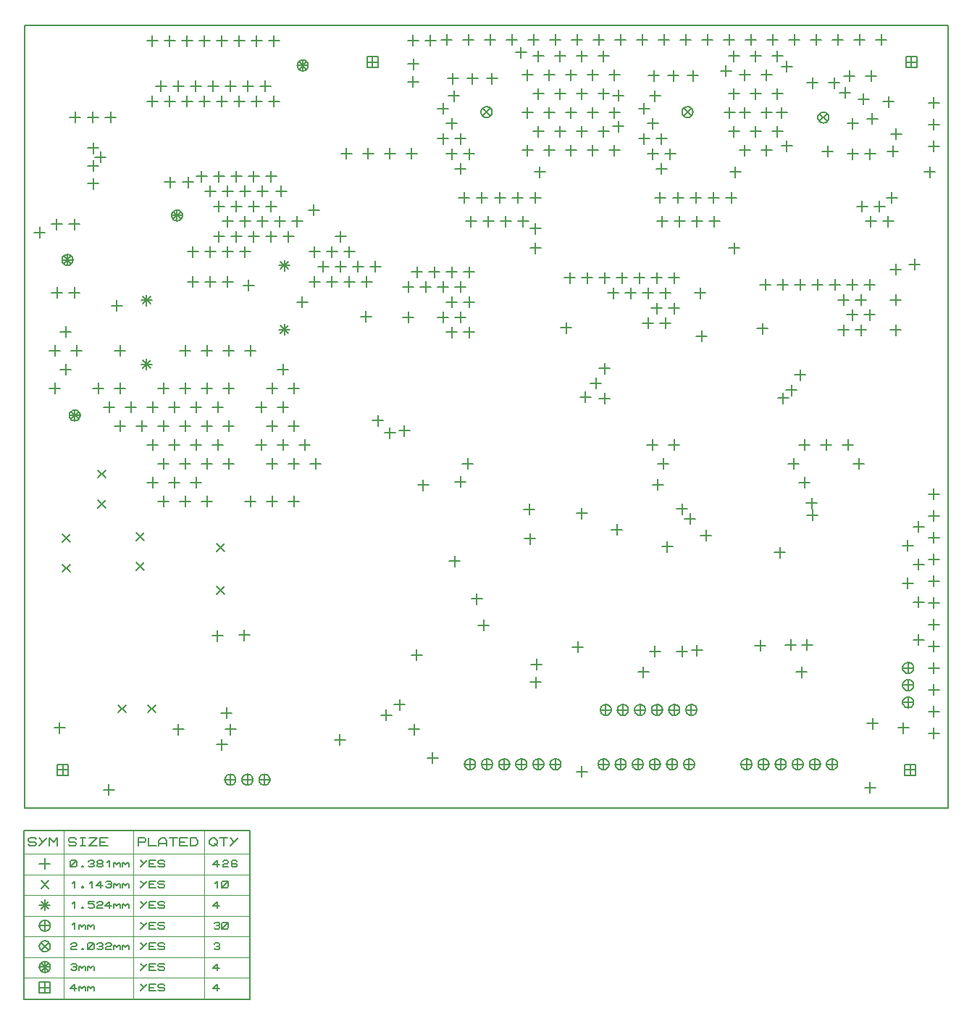
<source format=gbr>
G04 PROTEUS RS274X GERBER FILE*
%FSLAX45Y45*%
%MOMM*%
G01*
%ADD41C,0.203200*%
%ADD134C,0.127000*%
%ADD135C,0.063500*%
D41*
X+4013200Y+1115810D02*
X+4013200Y+988810D01*
X+3949700Y+1052310D02*
X+4076700Y+1052310D01*
X+3911600Y+1291786D02*
X+3911600Y+1164786D01*
X+3848100Y+1228286D02*
X+3975100Y+1228286D01*
X+4114800Y+1291786D02*
X+4114800Y+1164786D01*
X+4051300Y+1228286D02*
X+4178300Y+1228286D01*
X+3810000Y+1467762D02*
X+3810000Y+1340762D01*
X+3746500Y+1404262D02*
X+3873500Y+1404262D01*
X+4013200Y+1467762D02*
X+4013200Y+1340762D01*
X+3949700Y+1404262D02*
X+4076700Y+1404262D01*
X+3911600Y+1643738D02*
X+3911600Y+1516738D01*
X+3848100Y+1580238D02*
X+3975100Y+1580238D01*
X+3810000Y+1819714D02*
X+3810000Y+1692714D01*
X+3746500Y+1756214D02*
X+3873500Y+1756214D01*
X+3937000Y+1968500D02*
X+3937000Y+1841500D01*
X+3873500Y+1905000D02*
X+4000500Y+1905000D01*
X+8597900Y+1291786D02*
X+8597900Y+1164786D01*
X+8534400Y+1228286D02*
X+8661400Y+1228286D01*
X+8801100Y+1291786D02*
X+8801100Y+1164786D01*
X+8737600Y+1228286D02*
X+8864600Y+1228286D01*
X+8597900Y+1643738D02*
X+8597900Y+1516738D01*
X+8534400Y+1580238D02*
X+8661400Y+1580238D01*
X+8724900Y+1930400D02*
X+8724900Y+1803400D01*
X+8661400Y+1866900D02*
X+8788400Y+1866900D01*
X+6363969Y+1115810D02*
X+6363969Y+988810D01*
X+6300469Y+1052310D02*
X+6427469Y+1052310D01*
X+6262369Y+1291786D02*
X+6262369Y+1164786D01*
X+6198869Y+1228286D02*
X+6325869Y+1228286D01*
X+6465569Y+1291786D02*
X+6465569Y+1164786D01*
X+6402069Y+1228286D02*
X+6529069Y+1228286D01*
X+6160769Y+1467762D02*
X+6160769Y+1340762D01*
X+6097269Y+1404262D02*
X+6224269Y+1404262D01*
X+6363969Y+1467762D02*
X+6363969Y+1340762D01*
X+6300469Y+1404262D02*
X+6427469Y+1404262D01*
X+6262369Y+1643738D02*
X+6262369Y+1516738D01*
X+6198869Y+1580238D02*
X+6325869Y+1580238D01*
X+6160769Y+1819714D02*
X+6160769Y+1692714D01*
X+6097269Y+1756214D02*
X+6224269Y+1756214D01*
X+6286500Y+1968500D02*
X+6286500Y+1841500D01*
X+6223000Y+1905000D02*
X+6350000Y+1905000D01*
X+7747000Y-3365500D02*
X+7747000Y-3492500D01*
X+7683500Y-3429000D02*
X+7810500Y-3429000D01*
X+6428649Y-3300010D02*
X+6428649Y-3427010D01*
X+6365149Y-3363510D02*
X+6492149Y-3363510D01*
X+8305800Y+1321045D02*
X+8305800Y+1194045D01*
X+8242300Y+1257545D02*
X+8369300Y+1257545D01*
X+9067800Y+1321045D02*
X+9067800Y+1194045D01*
X+9004300Y+1257545D02*
X+9131300Y+1257545D01*
X+8509000Y+2006600D02*
X+8509000Y+1879600D01*
X+8445500Y+1943100D02*
X+8572500Y+1943100D01*
X+8559800Y+2200925D02*
X+8559800Y+2073925D01*
X+8496300Y+2137425D02*
X+8623300Y+2137425D01*
X+8813800Y+2200925D02*
X+8813800Y+2073925D01*
X+8750300Y+2137425D02*
X+8877300Y+2137425D01*
X+7519052Y-4456396D02*
X+7519052Y-4583396D01*
X+7455552Y-4519896D02*
X+7582552Y-4519896D01*
X+7874000Y-4445000D02*
X+7874000Y-4572000D01*
X+7810500Y-4508500D02*
X+7937500Y-4508500D01*
X+5384021Y-4472075D02*
X+5384021Y-4599075D01*
X+5320521Y-4535575D02*
X+5447521Y-4535575D01*
X+4283159Y-4219511D02*
X+4283159Y-4346511D01*
X+4219659Y-4283011D02*
X+4346659Y-4283011D01*
X+4826045Y-3204260D02*
X+4826045Y-3331260D01*
X+4762545Y-3267760D02*
X+4889545Y-3267760D01*
X+7543800Y-749300D02*
X+7543800Y-876300D01*
X+7480300Y-812800D02*
X+7607300Y-812800D01*
X+8127850Y-2930366D02*
X+8127850Y-3057366D01*
X+8064350Y-2993866D02*
X+8191350Y-2993866D01*
X+8118219Y-2790214D02*
X+8118219Y-2917214D01*
X+8054719Y-2853714D02*
X+8181719Y-2853714D01*
X+8826500Y+1701800D02*
X+8826500Y+1574800D01*
X+8763000Y+1638300D02*
X+8890000Y+1638300D01*
X+9105900Y+1524000D02*
X+9105900Y+1397000D01*
X+9042400Y+1460500D02*
X+9169400Y+1460500D01*
X+8802625Y-6114044D02*
X+8802625Y-6241044D01*
X+8739125Y-6177544D02*
X+8866125Y-6177544D01*
X+8064500Y-4445000D02*
X+8064500Y-4572000D01*
X+8001000Y-4508500D02*
X+8128000Y-4508500D01*
X+8001000Y-4762500D02*
X+8001000Y-4889500D01*
X+7937500Y-4826000D02*
X+8064500Y-4826000D01*
X+6286500Y-4521200D02*
X+6286500Y-4648200D01*
X+6223000Y-4584700D02*
X+6350000Y-4584700D01*
X+6604000Y-4521200D02*
X+6604000Y-4648200D01*
X+6540500Y-4584700D02*
X+6667500Y-4584700D01*
X+6153231Y-4763444D02*
X+6153231Y-4890444D01*
X+6089731Y-4826944D02*
X+6216731Y-4826944D01*
X+6778656Y-4508079D02*
X+6778656Y-4635079D01*
X+6715156Y-4571579D02*
X+6842156Y-4571579D01*
X+3944752Y-3469050D02*
X+3944752Y-3596050D01*
X+3881252Y-3532550D02*
X+4008252Y-3532550D01*
X+6883138Y-3166589D02*
X+6883138Y-3293589D01*
X+6819638Y-3230089D02*
X+6946638Y-3230089D01*
X+6832600Y-838200D02*
X+6832600Y-965200D01*
X+6769100Y-901700D02*
X+6896100Y-901700D01*
X+3850575Y+2623820D02*
X+3850575Y+2496820D01*
X+3787075Y+2560320D02*
X+3914075Y+2560320D01*
X+4104575Y+2623820D02*
X+4104575Y+2496820D01*
X+4041075Y+2560320D02*
X+4168075Y+2560320D01*
X+4358575Y+2623820D02*
X+4358575Y+2496820D01*
X+4295075Y+2560320D02*
X+4422075Y+2560320D01*
X+4612575Y+2623820D02*
X+4612575Y+2496820D01*
X+4549075Y+2560320D02*
X+4676075Y+2560320D01*
X+4866575Y+2623820D02*
X+4866575Y+2496820D01*
X+4803075Y+2560320D02*
X+4930075Y+2560320D01*
X+5120575Y+2623820D02*
X+5120575Y+2496820D01*
X+5057075Y+2560320D02*
X+5184075Y+2560320D01*
X+5374575Y+2623820D02*
X+5374575Y+2496820D01*
X+5311075Y+2560320D02*
X+5438075Y+2560320D01*
X+5628575Y+2623820D02*
X+5628575Y+2496820D01*
X+5565075Y+2560320D02*
X+5692075Y+2560320D01*
X+5882575Y+2623820D02*
X+5882575Y+2496820D01*
X+5819075Y+2560320D02*
X+5946075Y+2560320D01*
X+6136575Y+2623820D02*
X+6136575Y+2496820D01*
X+6073075Y+2560320D02*
X+6200075Y+2560320D01*
X+6390575Y+2623820D02*
X+6390575Y+2496820D01*
X+6327075Y+2560320D02*
X+6454075Y+2560320D01*
X+6644575Y+2623820D02*
X+6644575Y+2496820D01*
X+6581075Y+2560320D02*
X+6708075Y+2560320D01*
X+6898575Y+2623820D02*
X+6898575Y+2496820D01*
X+6835075Y+2560320D02*
X+6962075Y+2560320D01*
X+7152575Y+2623820D02*
X+7152575Y+2496820D01*
X+7089075Y+2560320D02*
X+7216075Y+2560320D01*
X+7406575Y+2623820D02*
X+7406575Y+2496820D01*
X+7343075Y+2560320D02*
X+7470075Y+2560320D01*
X+7660575Y+2623820D02*
X+7660575Y+2496820D01*
X+7597075Y+2560320D02*
X+7724075Y+2560320D01*
X+7914575Y+2623820D02*
X+7914575Y+2496820D01*
X+7851075Y+2560320D02*
X+7978075Y+2560320D01*
X+8168575Y+2623820D02*
X+8168575Y+2496820D01*
X+8105075Y+2560320D02*
X+8232075Y+2560320D01*
X+8422575Y+2623820D02*
X+8422575Y+2496820D01*
X+8359075Y+2560320D02*
X+8486075Y+2560320D01*
X+8676575Y+2623820D02*
X+8676575Y+2496820D01*
X+8613075Y+2560320D02*
X+8740075Y+2560320D01*
X+8930575Y+2623820D02*
X+8930575Y+2496820D01*
X+8867075Y+2560320D02*
X+8994075Y+2560320D01*
X+9545320Y+1885339D02*
X+9545320Y+1758339D01*
X+9481820Y+1821839D02*
X+9608820Y+1821839D01*
X+9545320Y+1631339D02*
X+9545320Y+1504339D01*
X+9481820Y+1567839D02*
X+9608820Y+1567839D01*
X+9545320Y+1377339D02*
X+9545320Y+1250339D01*
X+9481820Y+1313839D02*
X+9608820Y+1313839D01*
X+9545320Y-2686661D02*
X+9545320Y-2813661D01*
X+9481820Y-2750161D02*
X+9608820Y-2750161D01*
X+9545320Y-2940661D02*
X+9545320Y-3067661D01*
X+9481820Y-3004161D02*
X+9608820Y-3004161D01*
X+9545320Y-3194661D02*
X+9545320Y-3321661D01*
X+9481820Y-3258161D02*
X+9608820Y-3258161D01*
X+9545320Y-3448661D02*
X+9545320Y-3575661D01*
X+9481820Y-3512161D02*
X+9608820Y-3512161D01*
X+9545320Y-3702661D02*
X+9545320Y-3829661D01*
X+9481820Y-3766161D02*
X+9608820Y-3766161D01*
X+9545320Y-3956661D02*
X+9545320Y-4083661D01*
X+9481820Y-4020161D02*
X+9608820Y-4020161D01*
X+9545320Y-4210661D02*
X+9545320Y-4337661D01*
X+9481820Y-4274161D02*
X+9608820Y-4274161D01*
X+9545320Y-4464661D02*
X+9545320Y-4591661D01*
X+9481820Y-4528161D02*
X+9608820Y-4528161D01*
X+9545320Y-4718661D02*
X+9545320Y-4845661D01*
X+9481820Y-4782161D02*
X+9608820Y-4782161D01*
X+9545320Y-4972661D02*
X+9545320Y-5099661D01*
X+9481820Y-5036161D02*
X+9608820Y-5036161D01*
X+9545320Y-5226661D02*
X+9545320Y-5353661D01*
X+9481820Y-5290161D02*
X+9608820Y-5290161D01*
X+9545320Y-5480661D02*
X+9545320Y-5607661D01*
X+9481820Y-5544161D02*
X+9608820Y-5544161D01*
X+5430518Y-5926808D02*
X+5430518Y-6053808D01*
X+5367018Y-5990308D02*
X+5494018Y-5990308D01*
X+9367518Y-4387018D02*
X+9367518Y-4514018D01*
X+9304018Y-4450518D02*
X+9431018Y-4450518D01*
X+9367518Y-3947078D02*
X+9367518Y-4074078D01*
X+9304018Y-4010578D02*
X+9431018Y-4010578D01*
X+9240518Y-3727108D02*
X+9240518Y-3854108D01*
X+9177018Y-3790608D02*
X+9304018Y-3790608D01*
X+9367518Y-3507138D02*
X+9367518Y-3634138D01*
X+9304018Y-3570638D02*
X+9431018Y-3570638D01*
X+9240518Y-3287168D02*
X+9240518Y-3414168D01*
X+9177018Y-3350668D02*
X+9304018Y-3350668D01*
X+9367518Y-3067198D02*
X+9367518Y-3194198D01*
X+9304018Y-3130698D02*
X+9431018Y-3130698D01*
X+4795518Y+1332202D02*
X+4795518Y+1205202D01*
X+4732018Y+1268702D02*
X+4859018Y+1268702D01*
X+5049518Y+1332202D02*
X+5049518Y+1205202D01*
X+4986018Y+1268702D02*
X+5113018Y+1268702D01*
X+5303518Y+1332202D02*
X+5303518Y+1205202D01*
X+5240018Y+1268702D02*
X+5367018Y+1268702D01*
X+5557518Y+1332202D02*
X+5557518Y+1205202D01*
X+5494018Y+1268702D02*
X+5621018Y+1268702D01*
X+5811518Y+1332202D02*
X+5811518Y+1205202D01*
X+5748018Y+1268702D02*
X+5875018Y+1268702D01*
X+7335518Y+1332202D02*
X+7335518Y+1205202D01*
X+7272018Y+1268702D02*
X+7399018Y+1268702D01*
X+7589518Y+1332202D02*
X+7589518Y+1205202D01*
X+7526018Y+1268702D02*
X+7653018Y+1268702D01*
X+4922518Y+1552172D02*
X+4922518Y+1425172D01*
X+4859018Y+1488672D02*
X+4986018Y+1488672D01*
X+5176518Y+1552172D02*
X+5176518Y+1425172D01*
X+5113018Y+1488672D02*
X+5240018Y+1488672D01*
X+5430518Y+1552172D02*
X+5430518Y+1425172D01*
X+5367018Y+1488672D02*
X+5494018Y+1488672D01*
X+5684518Y+1552172D02*
X+5684518Y+1425172D01*
X+5621018Y+1488672D02*
X+5748018Y+1488672D01*
X+7208518Y+1552172D02*
X+7208518Y+1425172D01*
X+7145018Y+1488672D02*
X+7272018Y+1488672D01*
X+7462518Y+1552172D02*
X+7462518Y+1425172D01*
X+7399018Y+1488672D02*
X+7526018Y+1488672D01*
X+7716518Y+1552172D02*
X+7716518Y+1425172D01*
X+7653018Y+1488672D02*
X+7780018Y+1488672D01*
X+4795518Y+1772142D02*
X+4795518Y+1645142D01*
X+4732018Y+1708642D02*
X+4859018Y+1708642D01*
X+5049518Y+1772142D02*
X+5049518Y+1645142D01*
X+4986018Y+1708642D02*
X+5113018Y+1708642D01*
X+5303518Y+1772142D02*
X+5303518Y+1645142D01*
X+5240018Y+1708642D02*
X+5367018Y+1708642D01*
X+5557518Y+1772142D02*
X+5557518Y+1645142D01*
X+5494018Y+1708642D02*
X+5621018Y+1708642D01*
X+5811518Y+1772142D02*
X+5811518Y+1645142D01*
X+5748018Y+1708642D02*
X+5875018Y+1708642D01*
X+7335518Y+1772142D02*
X+7335518Y+1645142D01*
X+7272018Y+1708642D02*
X+7399018Y+1708642D01*
X+7589518Y+1772142D02*
X+7589518Y+1645142D01*
X+7526018Y+1708642D02*
X+7653018Y+1708642D01*
X+4922518Y+1992112D02*
X+4922518Y+1865112D01*
X+4859018Y+1928612D02*
X+4986018Y+1928612D01*
X+5176518Y+1992112D02*
X+5176518Y+1865112D01*
X+5113018Y+1928612D02*
X+5240018Y+1928612D01*
X+5430518Y+1992112D02*
X+5430518Y+1865112D01*
X+5367018Y+1928612D02*
X+5494018Y+1928612D01*
X+5684518Y+1992112D02*
X+5684518Y+1865112D01*
X+5621018Y+1928612D02*
X+5748018Y+1928612D01*
X+7208518Y+1992112D02*
X+7208518Y+1865112D01*
X+7145018Y+1928612D02*
X+7272018Y+1928612D01*
X+7462518Y+1992112D02*
X+7462518Y+1865112D01*
X+7399018Y+1928612D02*
X+7526018Y+1928612D01*
X+7716518Y+1992112D02*
X+7716518Y+1865112D01*
X+7653018Y+1928612D02*
X+7780018Y+1928612D01*
X+4795518Y+2212082D02*
X+4795518Y+2085082D01*
X+4732018Y+2148582D02*
X+4859018Y+2148582D01*
X+5049518Y+2212082D02*
X+5049518Y+2085082D01*
X+4986018Y+2148582D02*
X+5113018Y+2148582D01*
X+5303518Y+2212082D02*
X+5303518Y+2085082D01*
X+5240018Y+2148582D02*
X+5367018Y+2148582D01*
X+5557518Y+2212082D02*
X+5557518Y+2085082D01*
X+5494018Y+2148582D02*
X+5621018Y+2148582D01*
X+5811518Y+2212082D02*
X+5811518Y+2085082D01*
X+5748018Y+2148582D02*
X+5875018Y+2148582D01*
X+7335518Y+2212082D02*
X+7335518Y+2085082D01*
X+7272018Y+2148582D02*
X+7399018Y+2148582D01*
X+7589518Y+2212082D02*
X+7589518Y+2085082D01*
X+7526018Y+2148582D02*
X+7653018Y+2148582D01*
X+4922518Y+2432052D02*
X+4922518Y+2305052D01*
X+4859018Y+2368552D02*
X+4986018Y+2368552D01*
X+5176518Y+2432052D02*
X+5176518Y+2305052D01*
X+5113018Y+2368552D02*
X+5240018Y+2368552D01*
X+5430518Y+2432052D02*
X+5430518Y+2305052D01*
X+5367018Y+2368552D02*
X+5494018Y+2368552D01*
X+5684518Y+2432052D02*
X+5684518Y+2305052D01*
X+5621018Y+2368552D02*
X+5748018Y+2368552D01*
X+7208518Y+2432052D02*
X+7208518Y+2305052D01*
X+7145018Y+2368552D02*
X+7272018Y+2368552D01*
X+7462518Y+2432052D02*
X+7462518Y+2305052D01*
X+7399018Y+2368552D02*
X+7526018Y+2368552D01*
X+7716518Y+2432052D02*
X+7716518Y+2305052D01*
X+7653018Y+2368552D02*
X+7780018Y+2368552D01*
X+2602489Y-5557543D02*
X+2602489Y-5684543D01*
X+2538989Y-5621043D02*
X+2665989Y-5621043D01*
X+7226300Y+1079500D02*
X+7226300Y+952500D01*
X+7162800Y+1016000D02*
X+7289800Y+1016000D01*
X+7213600Y+190500D02*
X+7213600Y+63500D01*
X+7150100Y+127000D02*
X+7277100Y+127000D01*
X+4940300Y+1079500D02*
X+4940300Y+952500D01*
X+4876800Y+1016000D02*
X+5003800Y+1016000D01*
X+4889500Y+190500D02*
X+4889500Y+63500D01*
X+4826000Y+127000D02*
X+4953000Y+127000D01*
X+9321800Y+0D02*
X+9321800Y-127000D01*
X+9258300Y-63500D02*
X+9385300Y-63500D01*
X+9499600Y+1079500D02*
X+9499600Y+952500D01*
X+9436100Y+1016000D02*
X+9563100Y+1016000D01*
X+8831424Y-5363706D02*
X+8831424Y-5490706D01*
X+8767924Y-5427206D02*
X+8894924Y-5427206D01*
X+3576345Y-2579622D02*
X+3576345Y-2706622D01*
X+3512845Y-2643122D02*
X+3639845Y-2643122D01*
X+4818888Y-2861788D02*
X+4818888Y-2988788D01*
X+4755388Y-2925288D02*
X+4882388Y-2925288D01*
X+9016999Y+1900537D02*
X+9016999Y+1773537D01*
X+8953499Y+1837037D02*
X+9080499Y+1837037D01*
X+8127999Y+2120507D02*
X+8127999Y+1993507D01*
X+8064499Y+2057007D02*
X+8191499Y+2057007D01*
X+8381999Y+2120507D02*
X+8381999Y+1993507D01*
X+8318499Y+2057007D02*
X+8445499Y+2057007D01*
X+3924300Y+2168792D02*
X+3924300Y+2041792D01*
X+3860800Y+2105292D02*
X+3987800Y+2105292D01*
X+4152900Y+2168792D02*
X+4152900Y+2041792D01*
X+4089400Y+2105292D02*
X+4216400Y+2105292D01*
X+4381500Y+2168792D02*
X+4381500Y+2041792D01*
X+4318000Y+2105292D02*
X+4445000Y+2105292D01*
X+6273914Y+2203298D02*
X+6273914Y+2076298D01*
X+6210414Y+2139798D02*
X+6337414Y+2139798D01*
X+6502514Y+2203298D02*
X+6502514Y+2076298D01*
X+6439014Y+2139798D02*
X+6566014Y+2139798D01*
X+6731114Y+2203298D02*
X+6731114Y+2076298D01*
X+6667614Y+2139798D02*
X+6794614Y+2139798D01*
X+3500118Y-4562994D02*
X+3500118Y-4689994D01*
X+3436618Y-4626494D02*
X+3563618Y-4626494D01*
X+7157718Y+1772142D02*
X+7157718Y+1645142D01*
X+7094218Y+1708642D02*
X+7221218Y+1708642D01*
X+7767318Y+1772142D02*
X+7767318Y+1645142D01*
X+7703818Y+1708642D02*
X+7830818Y+1708642D01*
X+4719318Y+2476046D02*
X+4719318Y+2349046D01*
X+4655818Y+2412546D02*
X+4782818Y+2412546D01*
X+1021080Y+1905196D02*
X+1021080Y+1778196D01*
X+957580Y+1841696D02*
X+1084580Y+1841696D01*
X+1224280Y+1905196D02*
X+1224280Y+1778196D01*
X+1160780Y+1841696D02*
X+1287780Y+1841696D01*
X+1427480Y+1905196D02*
X+1427480Y+1778196D01*
X+1363980Y+1841696D02*
X+1490980Y+1841696D01*
X+1630680Y+1905196D02*
X+1630680Y+1778196D01*
X+1567180Y+1841696D02*
X+1694180Y+1841696D01*
X+1833880Y+1905196D02*
X+1833880Y+1778196D01*
X+1770380Y+1841696D02*
X+1897380Y+1841696D01*
X+513080Y+2081172D02*
X+513080Y+1954172D01*
X+449580Y+2017672D02*
X+576580Y+2017672D01*
X+716280Y+2081172D02*
X+716280Y+1954172D01*
X+652780Y+2017672D02*
X+779780Y+2017672D01*
X+919480Y+2081172D02*
X+919480Y+1954172D01*
X+855980Y+2017672D02*
X+982980Y+2017672D01*
X+1122680Y+2081172D02*
X+1122680Y+1954172D01*
X+1059180Y+2017672D02*
X+1186180Y+2017672D01*
X+1325880Y+2081172D02*
X+1325880Y+1954172D01*
X+1262380Y+2017672D02*
X+1389380Y+2017672D01*
X+1529080Y+2081172D02*
X+1529080Y+1954172D01*
X+1465580Y+2017672D02*
X+1592580Y+2017672D01*
X+1732280Y+2081172D02*
X+1732280Y+1954172D01*
X+1668780Y+2017672D02*
X+1795780Y+2017672D01*
X+411480Y+2609100D02*
X+411480Y+2482100D01*
X+347980Y+2545600D02*
X+474980Y+2545600D01*
X+614680Y+2609100D02*
X+614680Y+2482100D01*
X+551180Y+2545600D02*
X+678180Y+2545600D01*
X+817880Y+2609100D02*
X+817880Y+2482100D01*
X+754380Y+2545600D02*
X+881380Y+2545600D01*
X+1021080Y+2609100D02*
X+1021080Y+2482100D01*
X+957580Y+2545600D02*
X+1084580Y+2545600D01*
X+1224280Y+2609100D02*
X+1224280Y+2482100D01*
X+1160780Y+2545600D02*
X+1287780Y+2545600D01*
X+1427480Y+2609100D02*
X+1427480Y+2482100D01*
X+1363980Y+2545600D02*
X+1490980Y+2545600D01*
X+1630680Y+2609100D02*
X+1630680Y+2482100D01*
X+1567180Y+2545600D02*
X+1694180Y+2545600D01*
X+1833880Y+2609100D02*
X+1833880Y+2482100D01*
X+1770380Y+2545600D02*
X+1897380Y+2545600D01*
X+886143Y-203166D02*
X+886143Y-330166D01*
X+822643Y-266666D02*
X+949643Y-266666D01*
X+1089343Y-203166D02*
X+1089343Y-330166D01*
X+1025843Y-266666D02*
X+1152843Y-266666D01*
X+1292543Y-203166D02*
X+1292543Y-330166D01*
X+1229043Y-266666D02*
X+1356043Y-266666D01*
X+2308543Y-203166D02*
X+2308543Y-330166D01*
X+2245043Y-266666D02*
X+2372043Y-266666D01*
X+2511743Y-203166D02*
X+2511743Y-330166D01*
X+2448243Y-266666D02*
X+2575243Y-266666D01*
X+2714943Y-203166D02*
X+2714943Y-330166D01*
X+2651443Y-266666D02*
X+2778443Y-266666D01*
X+2918143Y-203166D02*
X+2918143Y-330166D01*
X+2854643Y-266666D02*
X+2981643Y-266666D01*
X+2410143Y-27190D02*
X+2410143Y-154190D01*
X+2346643Y-90690D02*
X+2473643Y-90690D01*
X+2613343Y-27190D02*
X+2613343Y-154190D01*
X+2549843Y-90690D02*
X+2676843Y-90690D01*
X+2816543Y-27190D02*
X+2816543Y-154190D01*
X+2753043Y-90690D02*
X+2880043Y-90690D01*
X+3019743Y-27190D02*
X+3019743Y-154190D01*
X+2956243Y-90690D02*
X+3083243Y-90690D01*
X+886143Y+148786D02*
X+886143Y+21786D01*
X+822643Y+85286D02*
X+949643Y+85286D01*
X+1089343Y+148786D02*
X+1089343Y+21786D01*
X+1025843Y+85286D02*
X+1152843Y+85286D01*
X+1292543Y+148786D02*
X+1292543Y+21786D01*
X+1229043Y+85286D02*
X+1356043Y+85286D01*
X+1495743Y+148786D02*
X+1495743Y+21786D01*
X+1432243Y+85286D02*
X+1559243Y+85286D01*
X+2308543Y+148786D02*
X+2308543Y+21786D01*
X+2245043Y+85286D02*
X+2372043Y+85286D01*
X+2511743Y+148786D02*
X+2511743Y+21786D01*
X+2448243Y+85286D02*
X+2575243Y+85286D01*
X+2714943Y+148786D02*
X+2714943Y+21786D01*
X+2651443Y+85286D02*
X+2778443Y+85286D01*
X+1190943Y+324762D02*
X+1190943Y+197762D01*
X+1127443Y+261262D02*
X+1254443Y+261262D01*
X+1394143Y+324762D02*
X+1394143Y+197762D01*
X+1330643Y+261262D02*
X+1457643Y+261262D01*
X+1597343Y+324762D02*
X+1597343Y+197762D01*
X+1533843Y+261262D02*
X+1660843Y+261262D01*
X+1800543Y+324762D02*
X+1800543Y+197762D01*
X+1737043Y+261262D02*
X+1864043Y+261262D01*
X+2003743Y+324762D02*
X+2003743Y+197762D01*
X+1940243Y+261262D02*
X+2067243Y+261262D01*
X+2613343Y+324762D02*
X+2613343Y+197762D01*
X+2549843Y+261262D02*
X+2676843Y+261262D01*
X+1292543Y+500738D02*
X+1292543Y+373738D01*
X+1229043Y+437238D02*
X+1356043Y+437238D01*
X+1495743Y+500738D02*
X+1495743Y+373738D01*
X+1432243Y+437238D02*
X+1559243Y+437238D01*
X+1698943Y+500738D02*
X+1698943Y+373738D01*
X+1635443Y+437238D02*
X+1762443Y+437238D01*
X+1902143Y+500738D02*
X+1902143Y+373738D01*
X+1838643Y+437238D02*
X+1965643Y+437238D01*
X+2105343Y+500738D02*
X+2105343Y+373738D01*
X+2041843Y+437238D02*
X+2168843Y+437238D01*
X+4137343Y+500738D02*
X+4137343Y+373738D01*
X+4073843Y+437238D02*
X+4200843Y+437238D01*
X+4340543Y+500738D02*
X+4340543Y+373738D01*
X+4277043Y+437238D02*
X+4404043Y+437238D01*
X+4543743Y+500738D02*
X+4543743Y+373738D01*
X+4480243Y+437238D02*
X+4607243Y+437238D01*
X+4746943Y+500738D02*
X+4746943Y+373738D01*
X+4683443Y+437238D02*
X+4810443Y+437238D01*
X+6372543Y+500738D02*
X+6372543Y+373738D01*
X+6309043Y+437238D02*
X+6436043Y+437238D01*
X+6575743Y+500738D02*
X+6575743Y+373738D01*
X+6512243Y+437238D02*
X+6639243Y+437238D01*
X+6778943Y+500738D02*
X+6778943Y+373738D01*
X+6715443Y+437238D02*
X+6842443Y+437238D01*
X+6982143Y+500738D02*
X+6982143Y+373738D01*
X+6918643Y+437238D02*
X+7045643Y+437238D01*
X+8810943Y+500738D02*
X+8810943Y+373738D01*
X+8747443Y+437238D02*
X+8874443Y+437238D01*
X+9014143Y+500738D02*
X+9014143Y+373738D01*
X+8950643Y+437238D02*
X+9077643Y+437238D01*
X+1190943Y+676714D02*
X+1190943Y+549714D01*
X+1127443Y+613214D02*
X+1254443Y+613214D01*
X+1394143Y+676714D02*
X+1394143Y+549714D01*
X+1330643Y+613214D02*
X+1457643Y+613214D01*
X+1597343Y+676714D02*
X+1597343Y+549714D01*
X+1533843Y+613214D02*
X+1660843Y+613214D01*
X+1800543Y+676714D02*
X+1800543Y+549714D01*
X+1737043Y+613214D02*
X+1864043Y+613214D01*
X+8709343Y+676714D02*
X+8709343Y+549714D01*
X+8645843Y+613214D02*
X+8772843Y+613214D01*
X+8912543Y+676714D02*
X+8912543Y+549714D01*
X+8849043Y+613214D02*
X+8976043Y+613214D01*
X+1089343Y+852690D02*
X+1089343Y+725690D01*
X+1025843Y+789190D02*
X+1152843Y+789190D01*
X+1292543Y+852690D02*
X+1292543Y+725690D01*
X+1229043Y+789190D02*
X+1356043Y+789190D01*
X+1495743Y+852690D02*
X+1495743Y+725690D01*
X+1432243Y+789190D02*
X+1559243Y+789190D01*
X+1698943Y+852690D02*
X+1698943Y+725690D01*
X+1635443Y+789190D02*
X+1762443Y+789190D01*
X+987743Y+1028666D02*
X+987743Y+901666D01*
X+924243Y+965166D02*
X+1051243Y+965166D01*
X+1190943Y+1028666D02*
X+1190943Y+901666D01*
X+1127443Y+965166D02*
X+1254443Y+965166D01*
X+1394143Y+1028666D02*
X+1394143Y+901666D01*
X+1330643Y+965166D02*
X+1457643Y+965166D01*
X+1597343Y+1028666D02*
X+1597343Y+901666D01*
X+1533843Y+965166D02*
X+1660843Y+965166D01*
X+1800543Y+1028666D02*
X+1800543Y+901666D01*
X+1737043Y+965166D02*
X+1864043Y+965166D01*
X+7828280Y+1380955D02*
X+7828280Y+1253955D01*
X+7764780Y+1317455D02*
X+7891780Y+1317455D01*
X+7117080Y+2260835D02*
X+7117080Y+2133835D01*
X+7053580Y+2197335D02*
X+7180580Y+2197335D01*
X+3459480Y+2612787D02*
X+3459480Y+2485787D01*
X+3395980Y+2549287D02*
X+3522980Y+2549287D01*
X+3662680Y+2612787D02*
X+3662680Y+2485787D01*
X+3599180Y+2549287D02*
X+3726180Y+2549287D01*
X+3472115Y-5433769D02*
X+3472115Y-5560769D01*
X+3408615Y-5497269D02*
X+3535615Y-5497269D01*
X+411480Y+1905196D02*
X+411480Y+1778196D01*
X+347980Y+1841696D02*
X+474980Y+1841696D01*
X+614680Y+1905196D02*
X+614680Y+1778196D01*
X+551180Y+1841696D02*
X+678180Y+1841696D01*
X+817880Y+1905196D02*
X+817880Y+1778196D01*
X+754380Y+1841696D02*
X+881380Y+1841696D01*
X-701040Y-332375D02*
X-701040Y-459375D01*
X-764540Y-395875D02*
X-637540Y-395875D01*
X-497840Y-332375D02*
X-497840Y-459375D01*
X-561340Y-395875D02*
X-434340Y-395875D01*
X-904240Y+371529D02*
X-904240Y+244529D01*
X-967740Y+308029D02*
X-840740Y+308029D01*
X-193040Y+1251409D02*
X-193040Y+1124409D01*
X-256540Y+1187909D02*
X-129540Y+1187909D01*
X-96520Y-6138165D02*
X-96520Y-6265165D01*
X-160020Y-6201665D02*
X-33020Y-6201665D01*
X+1224280Y-5610237D02*
X+1224280Y-5737237D01*
X+1160780Y-5673737D02*
X+1287780Y-5673737D01*
X+716280Y-5434261D02*
X+716280Y-5561261D01*
X+652780Y-5497761D02*
X+779780Y-5497761D01*
X+1325880Y-5434261D02*
X+1325880Y-5561261D01*
X+1262380Y-5497761D02*
X+1389380Y-5497761D01*
X+3459480Y+2132707D02*
X+3459480Y+2005707D01*
X+3395980Y+2069207D02*
X+3522980Y+2069207D01*
X+7828280Y+2308683D02*
X+7828280Y+2181683D01*
X+7764780Y+2245183D02*
X+7891780Y+2245183D01*
X-5081Y-485313D02*
X-5081Y-612313D01*
X-68581Y-548813D02*
X+58419Y-548813D01*
X+4889499Y+416562D02*
X+4889499Y+289562D01*
X+4825999Y+353062D02*
X+4952999Y+353062D01*
X+4056379Y+777312D02*
X+4056379Y+650312D01*
X+3992879Y+713812D02*
X+4119879Y+713812D01*
X+4264659Y+777312D02*
X+4264659Y+650312D01*
X+4201159Y+713812D02*
X+4328159Y+713812D01*
X+4472939Y+777312D02*
X+4472939Y+650312D01*
X+4409439Y+713812D02*
X+4536439Y+713812D01*
X+4681219Y+777312D02*
X+4681219Y+650312D01*
X+4617719Y+713812D02*
X+4744719Y+713812D01*
X+4889499Y+777312D02*
X+4889499Y+650312D01*
X+4825999Y+713812D02*
X+4952999Y+713812D01*
X+6347459Y+777312D02*
X+6347459Y+650312D01*
X+6283959Y+713812D02*
X+6410959Y+713812D01*
X+6555739Y+777312D02*
X+6555739Y+650312D01*
X+6492239Y+713812D02*
X+6619239Y+713812D01*
X+6764019Y+777312D02*
X+6764019Y+650312D01*
X+6700519Y+713812D02*
X+6827519Y+713812D01*
X+6972299Y+777312D02*
X+6972299Y+650312D01*
X+6908799Y+713812D02*
X+7035799Y+713812D01*
X+7180579Y+777312D02*
X+7180579Y+650312D01*
X+7117079Y+713812D02*
X+7244079Y+713812D01*
X+9055099Y+777312D02*
X+9055099Y+650312D01*
X+8991599Y+713812D02*
X+9118599Y+713812D01*
X+619759Y+957687D02*
X+619759Y+830687D01*
X+556259Y+894187D02*
X+683259Y+894187D01*
X+828039Y+957687D02*
X+828039Y+830687D01*
X+764539Y+894187D02*
X+891539Y+894187D01*
X-492760Y+1718222D02*
X-492760Y+1591222D01*
X-556260Y+1654722D02*
X-429260Y+1654722D01*
X-284480Y+1718222D02*
X-284480Y+1591222D01*
X-347980Y+1654722D02*
X-220980Y+1654722D01*
X-76200Y+1718222D02*
X-76200Y+1591222D01*
X-139700Y+1654722D02*
X-12700Y+1654722D01*
X+9192260Y-5415221D02*
X+9192260Y-5542221D01*
X+9128760Y-5478721D02*
X+9255760Y-5478721D01*
X+1485900Y-4332971D02*
X+1485900Y-4459971D01*
X+1422400Y-4396471D02*
X+1549400Y-4396471D01*
X+3464560Y+2340904D02*
X+3464560Y+2213904D01*
X+3401060Y+2277404D02*
X+3528060Y+2277404D01*
X+1277620Y-5243141D02*
X+1277620Y-5370141D01*
X+1214120Y-5306641D02*
X+1341120Y-5306641D01*
X+1173480Y-4341266D02*
X+1173480Y-4468266D01*
X+1109980Y-4404766D02*
X+1236980Y-4404766D01*
X+5859780Y+1611109D02*
X+5859780Y+1484109D01*
X+5796280Y+1547609D02*
X+5923280Y+1547609D01*
X+5859780Y+1971859D02*
X+5859780Y+1844859D01*
X+5796280Y+1908359D02*
X+5923280Y+1908359D01*
X-706169Y+469900D02*
X-706169Y+342900D01*
X-769669Y+406400D02*
X-642669Y+406400D01*
X-497889Y+469900D02*
X-497889Y+342900D01*
X-561389Y+406400D02*
X-434389Y+406400D01*
X-279400Y+942085D02*
X-279400Y+815085D01*
X-342900Y+878585D02*
X-215900Y+878585D01*
X-279400Y+1150365D02*
X-279400Y+1023365D01*
X-342900Y+1086865D02*
X-215900Y+1086865D01*
X-279400Y+1358645D02*
X-279400Y+1231645D01*
X-342900Y+1295145D02*
X-215900Y+1295145D01*
X+3913451Y-793744D02*
X+3913451Y-920744D01*
X+3849951Y-857244D02*
X+3976951Y-857244D01*
X+4116651Y-793744D02*
X+4116651Y-920744D01*
X+4053151Y-857244D02*
X+4180151Y-857244D01*
X+3405451Y-617768D02*
X+3405451Y-744768D01*
X+3341951Y-681268D02*
X+3468951Y-681268D01*
X+3811851Y-617768D02*
X+3811851Y-744768D01*
X+3748351Y-681268D02*
X+3875351Y-681268D01*
X+4015051Y-617768D02*
X+4015051Y-744768D01*
X+3951551Y-681268D02*
X+4078551Y-681268D01*
X+3913451Y-441792D02*
X+3913451Y-568792D01*
X+3849951Y-505292D02*
X+3976951Y-505292D01*
X+4116651Y-441792D02*
X+4116651Y-568792D01*
X+4053151Y-505292D02*
X+4180151Y-505292D01*
X+3405451Y-265816D02*
X+3405451Y-392816D01*
X+3341951Y-329316D02*
X+3468951Y-329316D01*
X+3608651Y-265816D02*
X+3608651Y-392816D01*
X+3545151Y-329316D02*
X+3672151Y-329316D01*
X+3811851Y-265816D02*
X+3811851Y-392816D01*
X+3748351Y-329316D02*
X+3875351Y-329316D01*
X+4015051Y-265816D02*
X+4015051Y-392816D01*
X+3951551Y-329316D02*
X+4078551Y-329316D01*
X+3507051Y-89840D02*
X+3507051Y-216840D01*
X+3443551Y-153340D02*
X+3570551Y-153340D01*
X+3710251Y-89840D02*
X+3710251Y-216840D01*
X+3646751Y-153340D02*
X+3773751Y-153340D01*
X+3913451Y-89840D02*
X+3913451Y-216840D01*
X+3849951Y-153340D02*
X+3976951Y-153340D01*
X+4116651Y-89840D02*
X+4116651Y-216840D01*
X+4053151Y-153340D02*
X+4180151Y-153340D01*
X+5697295Y-1567585D02*
X+5697295Y-1694585D01*
X+5633795Y-1631085D02*
X+5760795Y-1631085D01*
X+5595695Y-1391609D02*
X+5595695Y-1518609D01*
X+5532195Y-1455109D02*
X+5659195Y-1455109D01*
X+5697295Y-1215633D02*
X+5697295Y-1342633D01*
X+5633795Y-1279133D02*
X+5760795Y-1279133D01*
X+6205295Y-687705D02*
X+6205295Y-814705D01*
X+6141795Y-751205D02*
X+6268795Y-751205D01*
X+6408495Y-687705D02*
X+6408495Y-814705D01*
X+6344995Y-751205D02*
X+6471995Y-751205D01*
X+6306895Y-511729D02*
X+6306895Y-638729D01*
X+6243395Y-575229D02*
X+6370395Y-575229D01*
X+6510095Y-511729D02*
X+6510095Y-638729D01*
X+6446595Y-575229D02*
X+6573595Y-575229D01*
X+5798895Y-335753D02*
X+5798895Y-462753D01*
X+5735395Y-399253D02*
X+5862395Y-399253D01*
X+6002095Y-335753D02*
X+6002095Y-462753D01*
X+5938595Y-399253D02*
X+6065595Y-399253D01*
X+6205295Y-335753D02*
X+6205295Y-462753D01*
X+6141795Y-399253D02*
X+6268795Y-399253D01*
X+6408495Y-335753D02*
X+6408495Y-462753D01*
X+6344995Y-399253D02*
X+6471995Y-399253D01*
X+6814895Y-335753D02*
X+6814895Y-462753D01*
X+6751395Y-399253D02*
X+6878395Y-399253D01*
X+5290895Y-159777D02*
X+5290895Y-286777D01*
X+5227395Y-223277D02*
X+5354395Y-223277D01*
X+5494095Y-159777D02*
X+5494095Y-286777D01*
X+5430595Y-223277D02*
X+5557595Y-223277D01*
X+5697295Y-159777D02*
X+5697295Y-286777D01*
X+5633795Y-223277D02*
X+5760795Y-223277D01*
X+5900495Y-159777D02*
X+5900495Y-286777D01*
X+5836995Y-223277D02*
X+5963995Y-223277D01*
X+6103695Y-159777D02*
X+6103695Y-286777D01*
X+6040195Y-223277D02*
X+6167195Y-223277D01*
X+6306895Y-159777D02*
X+6306895Y-286777D01*
X+6243395Y-223277D02*
X+6370395Y-223277D01*
X+6510095Y-159777D02*
X+6510095Y-286777D01*
X+6446595Y-223277D02*
X+6573595Y-223277D01*
X+7881619Y-1470071D02*
X+7881619Y-1597071D01*
X+7818119Y-1533571D02*
X+7945119Y-1533571D01*
X+7983219Y-1294095D02*
X+7983219Y-1421095D01*
X+7919719Y-1357595D02*
X+8046719Y-1357595D01*
X+8491219Y-766167D02*
X+8491219Y-893167D01*
X+8427719Y-829667D02*
X+8554719Y-829667D01*
X+8694419Y-766167D02*
X+8694419Y-893167D01*
X+8630919Y-829667D02*
X+8757919Y-829667D01*
X+9100819Y-766167D02*
X+9100819Y-893167D01*
X+9037319Y-829667D02*
X+9164319Y-829667D01*
X+8592819Y-590191D02*
X+8592819Y-717191D01*
X+8529319Y-653691D02*
X+8656319Y-653691D01*
X+8796019Y-590191D02*
X+8796019Y-717191D01*
X+8732519Y-653691D02*
X+8859519Y-653691D01*
X+8491219Y-414215D02*
X+8491219Y-541215D01*
X+8427719Y-477715D02*
X+8554719Y-477715D01*
X+8694419Y-414215D02*
X+8694419Y-541215D01*
X+8630919Y-477715D02*
X+8757919Y-477715D01*
X+9100819Y-414215D02*
X+9100819Y-541215D01*
X+9037319Y-477715D02*
X+9164319Y-477715D01*
X+7576819Y-238239D02*
X+7576819Y-365239D01*
X+7513319Y-301739D02*
X+7640319Y-301739D01*
X+7780019Y-238239D02*
X+7780019Y-365239D01*
X+7716519Y-301739D02*
X+7843519Y-301739D01*
X+7983219Y-238239D02*
X+7983219Y-365239D01*
X+7919719Y-301739D02*
X+8046719Y-301739D01*
X+8186419Y-238239D02*
X+8186419Y-365239D01*
X+8122919Y-301739D02*
X+8249919Y-301739D01*
X+8389619Y-238239D02*
X+8389619Y-365239D01*
X+8326119Y-301739D02*
X+8453119Y-301739D01*
X+8592819Y-238239D02*
X+8592819Y-365239D01*
X+8529319Y-301739D02*
X+8656319Y-301739D01*
X+8796019Y-238239D02*
X+8796019Y-365239D01*
X+8732519Y-301739D02*
X+8859519Y-301739D01*
X+9100819Y-62263D02*
X+9100819Y-189263D01*
X+9037319Y-125763D02*
X+9164319Y-125763D01*
X+4895850Y-4883150D02*
X+4895850Y-5010150D01*
X+4832350Y-4946650D02*
X+4959350Y-4946650D01*
X+3145817Y-5269603D02*
X+3145817Y-5396603D01*
X+3082317Y-5333103D02*
X+3209317Y-5333103D01*
X+3302000Y-5143500D02*
X+3302000Y-5270500D01*
X+3238500Y-5207000D02*
X+3365500Y-5207000D01*
X+4902200Y-4673600D02*
X+4902200Y-4800600D01*
X+4838700Y-4737100D02*
X+4965700Y-4737100D01*
X+1537861Y-246408D02*
X+1537861Y-373408D01*
X+1474361Y-309908D02*
X+1601361Y-309908D01*
X+2299861Y+633472D02*
X+2299861Y+506472D01*
X+2236361Y+569972D02*
X+2363361Y+569972D01*
X+1918861Y+853442D02*
X+1918861Y+726442D01*
X+1855361Y+789942D02*
X+1982361Y+789942D01*
X+2680861Y+1293382D02*
X+2680861Y+1166382D01*
X+2617361Y+1229882D02*
X+2744361Y+1229882D01*
X+2934861Y+1293382D02*
X+2934861Y+1166382D01*
X+2871361Y+1229882D02*
X+2998361Y+1229882D01*
X+3188861Y+1293382D02*
X+3188861Y+1166382D01*
X+3125361Y+1229882D02*
X+3252361Y+1229882D01*
X+3442861Y+1293382D02*
X+3442861Y+1166382D01*
X+3379361Y+1229882D02*
X+3506361Y+1229882D01*
X+6604000Y-2857500D02*
X+6604000Y-2984500D01*
X+6540500Y-2921000D02*
X+6667500Y-2921000D01*
X+5249412Y-740676D02*
X+5249412Y-867676D01*
X+5185912Y-804176D02*
X+5312912Y-804176D01*
X+6696244Y-2972270D02*
X+6696244Y-3099270D01*
X+6632744Y-3035770D02*
X+6759744Y-3035770D01*
X+5473700Y-1549400D02*
X+5473700Y-1676400D01*
X+5410200Y-1612900D02*
X+5537200Y-1612900D01*
X+7785100Y-1562100D02*
X+7785100Y-1689100D01*
X+7721600Y-1625600D02*
X+7848600Y-1625600D01*
X+3688700Y-5766463D02*
X+3688700Y-5893463D01*
X+3625200Y-5829963D02*
X+3752200Y-5829963D01*
X+2164329Y-443404D02*
X+2164329Y-570404D01*
X+2100829Y-506904D02*
X+2227829Y-506904D01*
X+4205198Y-3907396D02*
X+4205198Y-4034396D01*
X+4141698Y-3970896D02*
X+4268698Y-3970896D01*
X+3188275Y-1971770D02*
X+3188275Y-2098770D01*
X+3124775Y-2035270D02*
X+3251775Y-2035270D01*
X+3356365Y-1944344D02*
X+3356365Y-2071344D01*
X+3292865Y-2007844D02*
X+3419865Y-2007844D01*
X+5842000Y-3098800D02*
X+5842000Y-3225800D01*
X+5778500Y-3162300D02*
X+5905500Y-3162300D01*
X+5431385Y-2908300D02*
X+5431385Y-3035300D01*
X+5367885Y-2971800D02*
X+5494885Y-2971800D01*
X+4013200Y-2540000D02*
X+4013200Y-2667000D01*
X+3949700Y-2603500D02*
X+4076700Y-2603500D01*
X+2910487Y-612342D02*
X+2910487Y-739342D01*
X+2846987Y-675842D02*
X+2973987Y-675842D01*
X+3049820Y-1825799D02*
X+3049820Y-1952799D01*
X+2986320Y-1889299D02*
X+3113320Y-1889299D01*
X+6318599Y-2574964D02*
X+6318599Y-2701964D01*
X+6255099Y-2638464D02*
X+6382099Y-2638464D01*
X+541019Y-2769396D02*
X+541019Y-2896396D01*
X+477519Y-2832896D02*
X+604519Y-2832896D01*
X+795019Y-2769396D02*
X+795019Y-2896396D01*
X+731519Y-2832896D02*
X+858519Y-2832896D01*
X+1049019Y-2769396D02*
X+1049019Y-2896396D01*
X+985519Y-2832896D02*
X+1112519Y-2832896D01*
X+1557019Y-2769396D02*
X+1557019Y-2896396D01*
X+1493519Y-2832896D02*
X+1620519Y-2832896D01*
X+1811019Y-2769396D02*
X+1811019Y-2896396D01*
X+1747519Y-2832896D02*
X+1874519Y-2832896D01*
X+2065019Y-2769396D02*
X+2065019Y-2896396D01*
X+2001519Y-2832896D02*
X+2128519Y-2832896D01*
X+414019Y-2549426D02*
X+414019Y-2676426D01*
X+350519Y-2612926D02*
X+477519Y-2612926D01*
X+668019Y-2549426D02*
X+668019Y-2676426D01*
X+604519Y-2612926D02*
X+731519Y-2612926D01*
X+922019Y-2549426D02*
X+922019Y-2676426D01*
X+858519Y-2612926D02*
X+985519Y-2612926D01*
X+8034019Y-2549426D02*
X+8034019Y-2676426D01*
X+7970519Y-2612926D02*
X+8097519Y-2612926D01*
X+541019Y-2329456D02*
X+541019Y-2456456D01*
X+477519Y-2392956D02*
X+604519Y-2392956D01*
X+795019Y-2329456D02*
X+795019Y-2456456D01*
X+731519Y-2392956D02*
X+858519Y-2392956D01*
X+1049019Y-2329456D02*
X+1049019Y-2456456D01*
X+985519Y-2392956D02*
X+1112519Y-2392956D01*
X+1303019Y-2329456D02*
X+1303019Y-2456456D01*
X+1239519Y-2392956D02*
X+1366519Y-2392956D01*
X+1811019Y-2329456D02*
X+1811019Y-2456456D01*
X+1747519Y-2392956D02*
X+1874519Y-2392956D01*
X+2065019Y-2329456D02*
X+2065019Y-2456456D01*
X+2001519Y-2392956D02*
X+2128519Y-2392956D01*
X+2319019Y-2329456D02*
X+2319019Y-2456456D01*
X+2255519Y-2392956D02*
X+2382519Y-2392956D01*
X+4097019Y-2329456D02*
X+4097019Y-2456456D01*
X+4033519Y-2392956D02*
X+4160519Y-2392956D01*
X+6383019Y-2329456D02*
X+6383019Y-2456456D01*
X+6319519Y-2392956D02*
X+6446519Y-2392956D01*
X+7907019Y-2329456D02*
X+7907019Y-2456456D01*
X+7843519Y-2392956D02*
X+7970519Y-2392956D01*
X+8669019Y-2329456D02*
X+8669019Y-2456456D01*
X+8605519Y-2392956D02*
X+8732519Y-2392956D01*
X+414019Y-2109486D02*
X+414019Y-2236486D01*
X+350519Y-2172986D02*
X+477519Y-2172986D01*
X+668019Y-2109486D02*
X+668019Y-2236486D01*
X+604519Y-2172986D02*
X+731519Y-2172986D01*
X+922019Y-2109486D02*
X+922019Y-2236486D01*
X+858519Y-2172986D02*
X+985519Y-2172986D01*
X+1176019Y-2109486D02*
X+1176019Y-2236486D01*
X+1112519Y-2172986D02*
X+1239519Y-2172986D01*
X+1684019Y-2109486D02*
X+1684019Y-2236486D01*
X+1620519Y-2172986D02*
X+1747519Y-2172986D01*
X+1938019Y-2109486D02*
X+1938019Y-2236486D01*
X+1874519Y-2172986D02*
X+2001519Y-2172986D01*
X+2192019Y-2109486D02*
X+2192019Y-2236486D01*
X+2128519Y-2172986D02*
X+2255519Y-2172986D01*
X+6256019Y-2109486D02*
X+6256019Y-2236486D01*
X+6192519Y-2172986D02*
X+6319519Y-2172986D01*
X+6510019Y-2109486D02*
X+6510019Y-2236486D01*
X+6446519Y-2172986D02*
X+6573519Y-2172986D01*
X+8034019Y-2109486D02*
X+8034019Y-2236486D01*
X+7970519Y-2172986D02*
X+8097519Y-2172986D01*
X+8288019Y-2109486D02*
X+8288019Y-2236486D01*
X+8224519Y-2172986D02*
X+8351519Y-2172986D01*
X+8542019Y-2109486D02*
X+8542019Y-2236486D01*
X+8478519Y-2172986D02*
X+8605519Y-2172986D01*
X+33019Y-1889516D02*
X+33019Y-2016516D01*
X-30481Y-1953016D02*
X+96519Y-1953016D01*
X+287019Y-1889516D02*
X+287019Y-2016516D01*
X+223519Y-1953016D02*
X+350519Y-1953016D01*
X+541019Y-1889516D02*
X+541019Y-2016516D01*
X+477519Y-1953016D02*
X+604519Y-1953016D01*
X+795019Y-1889516D02*
X+795019Y-2016516D01*
X+731519Y-1953016D02*
X+858519Y-1953016D01*
X+1049019Y-1889516D02*
X+1049019Y-2016516D01*
X+985519Y-1953016D02*
X+1112519Y-1953016D01*
X+1303019Y-1889516D02*
X+1303019Y-2016516D01*
X+1239519Y-1953016D02*
X+1366519Y-1953016D01*
X+1811019Y-1889516D02*
X+1811019Y-2016516D01*
X+1747519Y-1953016D02*
X+1874519Y-1953016D01*
X+2065019Y-1889516D02*
X+2065019Y-2016516D01*
X+2001519Y-1953016D02*
X+2128519Y-1953016D01*
X-93981Y-1669546D02*
X-93981Y-1796546D01*
X-157481Y-1733046D02*
X-30481Y-1733046D01*
X+160019Y-1669546D02*
X+160019Y-1796546D01*
X+96519Y-1733046D02*
X+223519Y-1733046D01*
X+414019Y-1669546D02*
X+414019Y-1796546D01*
X+350519Y-1733046D02*
X+477519Y-1733046D01*
X+668019Y-1669546D02*
X+668019Y-1796546D01*
X+604519Y-1733046D02*
X+731519Y-1733046D01*
X+922019Y-1669546D02*
X+922019Y-1796546D01*
X+858519Y-1733046D02*
X+985519Y-1733046D01*
X+1176019Y-1669546D02*
X+1176019Y-1796546D01*
X+1112519Y-1733046D02*
X+1239519Y-1733046D01*
X+1684019Y-1669546D02*
X+1684019Y-1796546D01*
X+1620519Y-1733046D02*
X+1747519Y-1733046D01*
X+1938019Y-1669546D02*
X+1938019Y-1796546D01*
X+1874519Y-1733046D02*
X+2001519Y-1733046D01*
X-728981Y-1449576D02*
X-728981Y-1576576D01*
X-792481Y-1513076D02*
X-665481Y-1513076D01*
X-220981Y-1449576D02*
X-220981Y-1576576D01*
X-284481Y-1513076D02*
X-157481Y-1513076D01*
X+33019Y-1449576D02*
X+33019Y-1576576D01*
X-30481Y-1513076D02*
X+96519Y-1513076D01*
X+541019Y-1449576D02*
X+541019Y-1576576D01*
X+477519Y-1513076D02*
X+604519Y-1513076D01*
X+795019Y-1449576D02*
X+795019Y-1576576D01*
X+731519Y-1513076D02*
X+858519Y-1513076D01*
X+1049019Y-1449576D02*
X+1049019Y-1576576D01*
X+985519Y-1513076D02*
X+1112519Y-1513076D01*
X+1303019Y-1449576D02*
X+1303019Y-1576576D01*
X+1239519Y-1513076D02*
X+1366519Y-1513076D01*
X+1811019Y-1449576D02*
X+1811019Y-1576576D01*
X+1747519Y-1513076D02*
X+1874519Y-1513076D01*
X+2065019Y-1449576D02*
X+2065019Y-1576576D01*
X+2001519Y-1513076D02*
X+2128519Y-1513076D01*
X-601981Y-1229606D02*
X-601981Y-1356606D01*
X-665481Y-1293106D02*
X-538481Y-1293106D01*
X+1938019Y-1229606D02*
X+1938019Y-1356606D01*
X+1874519Y-1293106D02*
X+2001519Y-1293106D01*
X-728981Y-1009636D02*
X-728981Y-1136636D01*
X-792481Y-1073136D02*
X-665481Y-1073136D01*
X-474981Y-1009636D02*
X-474981Y-1136636D01*
X-538481Y-1073136D02*
X-411481Y-1073136D01*
X+33019Y-1009636D02*
X+33019Y-1136636D01*
X-30481Y-1073136D02*
X+96519Y-1073136D01*
X+795019Y-1009636D02*
X+795019Y-1136636D01*
X+731519Y-1073136D02*
X+858519Y-1073136D01*
X+1049019Y-1009636D02*
X+1049019Y-1136636D01*
X+985519Y-1073136D02*
X+1112519Y-1073136D01*
X+1303019Y-1009636D02*
X+1303019Y-1136636D01*
X+1239519Y-1073136D02*
X+1366519Y-1073136D01*
X+1557019Y-1009636D02*
X+1557019Y-1136636D01*
X+1493519Y-1073136D02*
X+1620519Y-1073136D01*
X-601981Y-789666D02*
X-601981Y-916666D01*
X-665481Y-853166D02*
X-538481Y-853166D01*
X-672147Y-5414639D02*
X-672147Y-5541639D01*
X-735647Y-5478139D02*
X-608647Y-5478139D01*
X+3688080Y-5765843D02*
X+3688080Y-5892843D01*
X+3624580Y-5829343D02*
X+3751580Y-5829343D01*
X+4381500Y+1714500D02*
X+4381283Y+1719747D01*
X+4379518Y+1730242D01*
X+4375826Y+1740737D01*
X+4369798Y+1751232D01*
X+4360576Y+1761612D01*
X+4350081Y+1769300D01*
X+4339586Y+1774218D01*
X+4329091Y+1777024D01*
X+4318596Y+1777997D01*
X+4318000Y+1778000D01*
X+4254500Y+1714500D02*
X+4254717Y+1719747D01*
X+4256482Y+1730242D01*
X+4260174Y+1740737D01*
X+4266202Y+1751232D01*
X+4275424Y+1761612D01*
X+4285919Y+1769300D01*
X+4296414Y+1774218D01*
X+4306909Y+1777024D01*
X+4317404Y+1777997D01*
X+4318000Y+1778000D01*
X+4254500Y+1714500D02*
X+4254717Y+1709253D01*
X+4256482Y+1698758D01*
X+4260174Y+1688263D01*
X+4266202Y+1677768D01*
X+4275424Y+1667388D01*
X+4285919Y+1659700D01*
X+4296414Y+1654782D01*
X+4306909Y+1651976D01*
X+4317404Y+1651003D01*
X+4318000Y+1651000D01*
X+4381500Y+1714500D02*
X+4381283Y+1709253D01*
X+4379518Y+1698758D01*
X+4375826Y+1688263D01*
X+4369798Y+1677768D01*
X+4360576Y+1667388D01*
X+4350081Y+1659700D01*
X+4339586Y+1654782D01*
X+4329091Y+1651976D01*
X+4318596Y+1651003D01*
X+4318000Y+1651000D01*
X+4273099Y+1759401D02*
X+4362901Y+1669599D01*
X+4273099Y+1669599D02*
X+4362901Y+1759401D01*
X+6731000Y+1714500D02*
X+6730783Y+1719747D01*
X+6729018Y+1730242D01*
X+6725326Y+1740737D01*
X+6719298Y+1751232D01*
X+6710076Y+1761612D01*
X+6699581Y+1769300D01*
X+6689086Y+1774218D01*
X+6678591Y+1777024D01*
X+6668096Y+1777997D01*
X+6667500Y+1778000D01*
X+6604000Y+1714500D02*
X+6604217Y+1719747D01*
X+6605982Y+1730242D01*
X+6609674Y+1740737D01*
X+6615702Y+1751232D01*
X+6624924Y+1761612D01*
X+6635419Y+1769300D01*
X+6645914Y+1774218D01*
X+6656409Y+1777024D01*
X+6666904Y+1777997D01*
X+6667500Y+1778000D01*
X+6604000Y+1714500D02*
X+6604217Y+1709253D01*
X+6605982Y+1698758D01*
X+6609674Y+1688263D01*
X+6615702Y+1677768D01*
X+6624924Y+1667388D01*
X+6635419Y+1659700D01*
X+6645914Y+1654782D01*
X+6656409Y+1651976D01*
X+6666904Y+1651003D01*
X+6667500Y+1651000D01*
X+6731000Y+1714500D02*
X+6730783Y+1709253D01*
X+6729018Y+1698758D01*
X+6725326Y+1688263D01*
X+6719298Y+1677768D01*
X+6710076Y+1667388D01*
X+6699581Y+1659700D01*
X+6689086Y+1654782D01*
X+6678591Y+1651976D01*
X+6668096Y+1651003D01*
X+6667500Y+1651000D01*
X+6622599Y+1759401D02*
X+6712401Y+1669599D01*
X+6622599Y+1669599D02*
X+6712401Y+1759401D01*
X+8318500Y+1651000D02*
X+8318283Y+1656247D01*
X+8316518Y+1666742D01*
X+8312826Y+1677237D01*
X+8306798Y+1687732D01*
X+8297576Y+1698112D01*
X+8287081Y+1705800D01*
X+8276586Y+1710718D01*
X+8266091Y+1713524D01*
X+8255596Y+1714497D01*
X+8255000Y+1714500D01*
X+8191500Y+1651000D02*
X+8191717Y+1656247D01*
X+8193482Y+1666742D01*
X+8197174Y+1677237D01*
X+8203202Y+1687732D01*
X+8212424Y+1698112D01*
X+8222919Y+1705800D01*
X+8233414Y+1710718D01*
X+8243909Y+1713524D01*
X+8254404Y+1714497D01*
X+8255000Y+1714500D01*
X+8191500Y+1651000D02*
X+8191717Y+1645753D01*
X+8193482Y+1635258D01*
X+8197174Y+1624763D01*
X+8203202Y+1614268D01*
X+8212424Y+1603888D01*
X+8222919Y+1596200D01*
X+8233414Y+1591282D01*
X+8243909Y+1588476D01*
X+8254404Y+1587503D01*
X+8255000Y+1587500D01*
X+8318500Y+1651000D02*
X+8318283Y+1645753D01*
X+8316518Y+1635258D01*
X+8312826Y+1624763D01*
X+8306798Y+1614268D01*
X+8297576Y+1603888D01*
X+8287081Y+1596200D01*
X+8276586Y+1591282D01*
X+8266091Y+1588476D01*
X+8255596Y+1587503D01*
X+8255000Y+1587500D01*
X+8210099Y+1695901D02*
X+8299901Y+1606099D01*
X+8210099Y+1606099D02*
X+8299901Y+1695901D01*
X-431800Y-1828800D02*
X-432017Y-1823553D01*
X-433782Y-1813058D01*
X-437474Y-1802563D01*
X-443502Y-1792068D01*
X-452724Y-1781688D01*
X-463219Y-1774000D01*
X-473714Y-1769082D01*
X-484209Y-1766276D01*
X-494704Y-1765303D01*
X-495300Y-1765300D01*
X-558800Y-1828800D02*
X-558583Y-1823553D01*
X-556818Y-1813058D01*
X-553126Y-1802563D01*
X-547098Y-1792068D01*
X-537876Y-1781688D01*
X-527381Y-1774000D01*
X-516886Y-1769082D01*
X-506391Y-1766276D01*
X-495896Y-1765303D01*
X-495300Y-1765300D01*
X-558800Y-1828800D02*
X-558583Y-1834047D01*
X-556818Y-1844542D01*
X-553126Y-1855037D01*
X-547098Y-1865532D01*
X-537876Y-1875912D01*
X-527381Y-1883600D01*
X-516886Y-1888518D01*
X-506391Y-1891324D01*
X-495896Y-1892297D01*
X-495300Y-1892300D01*
X-431800Y-1828800D02*
X-432017Y-1834047D01*
X-433782Y-1844542D01*
X-437474Y-1855037D01*
X-443502Y-1865532D01*
X-452724Y-1875912D01*
X-463219Y-1883600D01*
X-473714Y-1888518D01*
X-484209Y-1891324D01*
X-494704Y-1892297D01*
X-495300Y-1892300D01*
X-495300Y-1765300D02*
X-495300Y-1892300D01*
X-558800Y-1828800D02*
X-431800Y-1828800D01*
X-432017Y-1823553D01*
X-433782Y-1813058D01*
X-437474Y-1802563D01*
X-443502Y-1792068D01*
X-452724Y-1781688D01*
X-463219Y-1774000D01*
X-473714Y-1769082D01*
X-484209Y-1766276D01*
X-494704Y-1765303D01*
X-495300Y-1765300D01*
X-558800Y-1828800D02*
X-558583Y-1823553D01*
X-556818Y-1813058D01*
X-553126Y-1802563D01*
X-547098Y-1792068D01*
X-537876Y-1781688D01*
X-527381Y-1774000D01*
X-516886Y-1769082D01*
X-506391Y-1766276D01*
X-495896Y-1765303D01*
X-495300Y-1765300D01*
X-558800Y-1828800D02*
X-558583Y-1834047D01*
X-556818Y-1844542D01*
X-553126Y-1855037D01*
X-547098Y-1865532D01*
X-537876Y-1875912D01*
X-527381Y-1883600D01*
X-516886Y-1888518D01*
X-506391Y-1891324D01*
X-495896Y-1892297D01*
X-495300Y-1892300D01*
X-431800Y-1828800D02*
X-432017Y-1834047D01*
X-433782Y-1844542D01*
X-437474Y-1855037D01*
X-443502Y-1865532D01*
X-452724Y-1875912D01*
X-463219Y-1883600D01*
X-473714Y-1888518D01*
X-484209Y-1891324D01*
X-494704Y-1892297D01*
X-495300Y-1892300D01*
X-540201Y-1783899D02*
X-450399Y-1873701D01*
X-540201Y-1873701D02*
X-450399Y-1783899D01*
X-517003Y-12700D02*
X-517220Y-7453D01*
X-518985Y+3042D01*
X-522677Y+13537D01*
X-528705Y+24032D01*
X-537927Y+34412D01*
X-548422Y+42100D01*
X-558917Y+47018D01*
X-569412Y+49824D01*
X-579907Y+50797D01*
X-580503Y+50800D01*
X-644003Y-12700D02*
X-643786Y-7453D01*
X-642021Y+3042D01*
X-638329Y+13537D01*
X-632301Y+24032D01*
X-623079Y+34412D01*
X-612584Y+42100D01*
X-602089Y+47018D01*
X-591594Y+49824D01*
X-581099Y+50797D01*
X-580503Y+50800D01*
X-644003Y-12700D02*
X-643786Y-17947D01*
X-642021Y-28442D01*
X-638329Y-38937D01*
X-632301Y-49432D01*
X-623079Y-59812D01*
X-612584Y-67500D01*
X-602089Y-72418D01*
X-591594Y-75224D01*
X-581099Y-76197D01*
X-580503Y-76200D01*
X-517003Y-12700D02*
X-517220Y-17947D01*
X-518985Y-28442D01*
X-522677Y-38937D01*
X-528705Y-49432D01*
X-537927Y-59812D01*
X-548422Y-67500D01*
X-558917Y-72418D01*
X-569412Y-75224D01*
X-579907Y-76197D01*
X-580503Y-76200D01*
X-580503Y+50800D02*
X-580503Y-76200D01*
X-644003Y-12700D02*
X-517003Y-12700D01*
X-517220Y-7453D01*
X-518985Y+3042D01*
X-522677Y+13537D01*
X-528705Y+24032D01*
X-537927Y+34412D01*
X-548422Y+42100D01*
X-558917Y+47018D01*
X-569412Y+49824D01*
X-579907Y+50797D01*
X-580503Y+50800D01*
X-644003Y-12700D02*
X-643786Y-7453D01*
X-642021Y+3042D01*
X-638329Y+13537D01*
X-632301Y+24032D01*
X-623079Y+34412D01*
X-612584Y+42100D01*
X-602089Y+47018D01*
X-591594Y+49824D01*
X-581099Y+50797D01*
X-580503Y+50800D01*
X-644003Y-12700D02*
X-643786Y-17947D01*
X-642021Y-28442D01*
X-638329Y-38937D01*
X-632301Y-49432D01*
X-623079Y-59812D01*
X-612584Y-67500D01*
X-602089Y-72418D01*
X-591594Y-75224D01*
X-581099Y-76197D01*
X-580503Y-76200D01*
X-517003Y-12700D02*
X-517220Y-17947D01*
X-518985Y-28442D01*
X-522677Y-38937D01*
X-528705Y-49432D01*
X-537927Y-59812D01*
X-548422Y-67500D01*
X-558917Y-72418D01*
X-569412Y-75224D01*
X-579907Y-76197D01*
X-580503Y-76200D01*
X-625404Y+32201D02*
X-535602Y-57601D01*
X-625404Y-57601D02*
X-535602Y+32201D01*
X+9309100Y-5181500D02*
X+9308883Y-5176253D01*
X+9307118Y-5165758D01*
X+9303426Y-5155263D01*
X+9297398Y-5144768D01*
X+9288176Y-5134388D01*
X+9277681Y-5126700D01*
X+9267186Y-5121782D01*
X+9256691Y-5118976D01*
X+9246196Y-5118003D01*
X+9245600Y-5118000D01*
X+9182100Y-5181500D02*
X+9182317Y-5176253D01*
X+9184082Y-5165758D01*
X+9187774Y-5155263D01*
X+9193802Y-5144768D01*
X+9203024Y-5134388D01*
X+9213519Y-5126700D01*
X+9224014Y-5121782D01*
X+9234509Y-5118976D01*
X+9245004Y-5118003D01*
X+9245600Y-5118000D01*
X+9182100Y-5181500D02*
X+9182317Y-5186747D01*
X+9184082Y-5197242D01*
X+9187774Y-5207737D01*
X+9193802Y-5218232D01*
X+9203024Y-5228612D01*
X+9213519Y-5236300D01*
X+9224014Y-5241218D01*
X+9234509Y-5244024D01*
X+9245004Y-5244997D01*
X+9245600Y-5245000D01*
X+9309100Y-5181500D02*
X+9308883Y-5186747D01*
X+9307118Y-5197242D01*
X+9303426Y-5207737D01*
X+9297398Y-5218232D01*
X+9288176Y-5228612D01*
X+9277681Y-5236300D01*
X+9267186Y-5241218D01*
X+9256691Y-5244024D01*
X+9246196Y-5244997D01*
X+9245600Y-5245000D01*
X+9245600Y-5118000D02*
X+9245600Y-5245000D01*
X+9182100Y-5181500D02*
X+9309100Y-5181500D01*
X+9309100Y-4981500D02*
X+9308883Y-4976253D01*
X+9307118Y-4965758D01*
X+9303426Y-4955263D01*
X+9297398Y-4944768D01*
X+9288176Y-4934388D01*
X+9277681Y-4926700D01*
X+9267186Y-4921782D01*
X+9256691Y-4918976D01*
X+9246196Y-4918003D01*
X+9245600Y-4918000D01*
X+9182100Y-4981500D02*
X+9182317Y-4976253D01*
X+9184082Y-4965758D01*
X+9187774Y-4955263D01*
X+9193802Y-4944768D01*
X+9203024Y-4934388D01*
X+9213519Y-4926700D01*
X+9224014Y-4921782D01*
X+9234509Y-4918976D01*
X+9245004Y-4918003D01*
X+9245600Y-4918000D01*
X+9182100Y-4981500D02*
X+9182317Y-4986747D01*
X+9184082Y-4997242D01*
X+9187774Y-5007737D01*
X+9193802Y-5018232D01*
X+9203024Y-5028612D01*
X+9213519Y-5036300D01*
X+9224014Y-5041218D01*
X+9234509Y-5044024D01*
X+9245004Y-5044997D01*
X+9245600Y-5045000D01*
X+9309100Y-4981500D02*
X+9308883Y-4986747D01*
X+9307118Y-4997242D01*
X+9303426Y-5007737D01*
X+9297398Y-5018232D01*
X+9288176Y-5028612D01*
X+9277681Y-5036300D01*
X+9267186Y-5041218D01*
X+9256691Y-5044024D01*
X+9246196Y-5044997D01*
X+9245600Y-5045000D01*
X+9245600Y-4918000D02*
X+9245600Y-5045000D01*
X+9182100Y-4981500D02*
X+9309100Y-4981500D01*
X+9309100Y-4781500D02*
X+9308883Y-4776253D01*
X+9307118Y-4765758D01*
X+9303426Y-4755263D01*
X+9297398Y-4744768D01*
X+9288176Y-4734388D01*
X+9277681Y-4726700D01*
X+9267186Y-4721782D01*
X+9256691Y-4718976D01*
X+9246196Y-4718003D01*
X+9245600Y-4718000D01*
X+9182100Y-4781500D02*
X+9182317Y-4776253D01*
X+9184082Y-4765758D01*
X+9187774Y-4755263D01*
X+9193802Y-4744768D01*
X+9203024Y-4734388D01*
X+9213519Y-4726700D01*
X+9224014Y-4721782D01*
X+9234509Y-4718976D01*
X+9245004Y-4718003D01*
X+9245600Y-4718000D01*
X+9182100Y-4781500D02*
X+9182317Y-4786747D01*
X+9184082Y-4797242D01*
X+9187774Y-4807737D01*
X+9193802Y-4818232D01*
X+9203024Y-4828612D01*
X+9213519Y-4836300D01*
X+9224014Y-4841218D01*
X+9234509Y-4844024D01*
X+9245004Y-4844997D01*
X+9245600Y-4845000D01*
X+9309100Y-4781500D02*
X+9308883Y-4786747D01*
X+9307118Y-4797242D01*
X+9303426Y-4807737D01*
X+9297398Y-4818232D01*
X+9288176Y-4828612D01*
X+9277681Y-4836300D01*
X+9267186Y-4841218D01*
X+9256691Y-4844024D01*
X+9246196Y-4844997D01*
X+9245600Y-4845000D01*
X+9245600Y-4718000D02*
X+9245600Y-4845000D01*
X+9182100Y-4781500D02*
X+9309100Y-4781500D01*
X+8420000Y-5905500D02*
X+8419783Y-5900253D01*
X+8418018Y-5889758D01*
X+8414326Y-5879263D01*
X+8408298Y-5868768D01*
X+8399076Y-5858388D01*
X+8388581Y-5850700D01*
X+8378086Y-5845782D01*
X+8367591Y-5842976D01*
X+8357096Y-5842003D01*
X+8356500Y-5842000D01*
X+8293000Y-5905500D02*
X+8293217Y-5900253D01*
X+8294982Y-5889758D01*
X+8298674Y-5879263D01*
X+8304702Y-5868768D01*
X+8313924Y-5858388D01*
X+8324419Y-5850700D01*
X+8334914Y-5845782D01*
X+8345409Y-5842976D01*
X+8355904Y-5842003D01*
X+8356500Y-5842000D01*
X+8293000Y-5905500D02*
X+8293217Y-5910747D01*
X+8294982Y-5921242D01*
X+8298674Y-5931737D01*
X+8304702Y-5942232D01*
X+8313924Y-5952612D01*
X+8324419Y-5960300D01*
X+8334914Y-5965218D01*
X+8345409Y-5968024D01*
X+8355904Y-5968997D01*
X+8356500Y-5969000D01*
X+8420000Y-5905500D02*
X+8419783Y-5910747D01*
X+8418018Y-5921242D01*
X+8414326Y-5931737D01*
X+8408298Y-5942232D01*
X+8399076Y-5952612D01*
X+8388581Y-5960300D01*
X+8378086Y-5965218D01*
X+8367591Y-5968024D01*
X+8357096Y-5968997D01*
X+8356500Y-5969000D01*
X+8356500Y-5842000D02*
X+8356500Y-5969000D01*
X+8293000Y-5905500D02*
X+8420000Y-5905500D01*
X+8220000Y-5905500D02*
X+8219783Y-5900253D01*
X+8218018Y-5889758D01*
X+8214326Y-5879263D01*
X+8208298Y-5868768D01*
X+8199076Y-5858388D01*
X+8188581Y-5850700D01*
X+8178086Y-5845782D01*
X+8167591Y-5842976D01*
X+8157096Y-5842003D01*
X+8156500Y-5842000D01*
X+8093000Y-5905500D02*
X+8093217Y-5900253D01*
X+8094982Y-5889758D01*
X+8098674Y-5879263D01*
X+8104702Y-5868768D01*
X+8113924Y-5858388D01*
X+8124419Y-5850700D01*
X+8134914Y-5845782D01*
X+8145409Y-5842976D01*
X+8155904Y-5842003D01*
X+8156500Y-5842000D01*
X+8093000Y-5905500D02*
X+8093217Y-5910747D01*
X+8094982Y-5921242D01*
X+8098674Y-5931737D01*
X+8104702Y-5942232D01*
X+8113924Y-5952612D01*
X+8124419Y-5960300D01*
X+8134914Y-5965218D01*
X+8145409Y-5968024D01*
X+8155904Y-5968997D01*
X+8156500Y-5969000D01*
X+8220000Y-5905500D02*
X+8219783Y-5910747D01*
X+8218018Y-5921242D01*
X+8214326Y-5931737D01*
X+8208298Y-5942232D01*
X+8199076Y-5952612D01*
X+8188581Y-5960300D01*
X+8178086Y-5965218D01*
X+8167591Y-5968024D01*
X+8157096Y-5968997D01*
X+8156500Y-5969000D01*
X+8156500Y-5842000D02*
X+8156500Y-5969000D01*
X+8093000Y-5905500D02*
X+8220000Y-5905500D01*
X+8020000Y-5905500D02*
X+8019783Y-5900253D01*
X+8018018Y-5889758D01*
X+8014326Y-5879263D01*
X+8008298Y-5868768D01*
X+7999076Y-5858388D01*
X+7988581Y-5850700D01*
X+7978086Y-5845782D01*
X+7967591Y-5842976D01*
X+7957096Y-5842003D01*
X+7956500Y-5842000D01*
X+7893000Y-5905500D02*
X+7893217Y-5900253D01*
X+7894982Y-5889758D01*
X+7898674Y-5879263D01*
X+7904702Y-5868768D01*
X+7913924Y-5858388D01*
X+7924419Y-5850700D01*
X+7934914Y-5845782D01*
X+7945409Y-5842976D01*
X+7955904Y-5842003D01*
X+7956500Y-5842000D01*
X+7893000Y-5905500D02*
X+7893217Y-5910747D01*
X+7894982Y-5921242D01*
X+7898674Y-5931737D01*
X+7904702Y-5942232D01*
X+7913924Y-5952612D01*
X+7924419Y-5960300D01*
X+7934914Y-5965218D01*
X+7945409Y-5968024D01*
X+7955904Y-5968997D01*
X+7956500Y-5969000D01*
X+8020000Y-5905500D02*
X+8019783Y-5910747D01*
X+8018018Y-5921242D01*
X+8014326Y-5931737D01*
X+8008298Y-5942232D01*
X+7999076Y-5952612D01*
X+7988581Y-5960300D01*
X+7978086Y-5965218D01*
X+7967591Y-5968024D01*
X+7957096Y-5968997D01*
X+7956500Y-5969000D01*
X+7956500Y-5842000D02*
X+7956500Y-5969000D01*
X+7893000Y-5905500D02*
X+8020000Y-5905500D01*
X+7820000Y-5905500D02*
X+7819783Y-5900253D01*
X+7818018Y-5889758D01*
X+7814326Y-5879263D01*
X+7808298Y-5868768D01*
X+7799076Y-5858388D01*
X+7788581Y-5850700D01*
X+7778086Y-5845782D01*
X+7767591Y-5842976D01*
X+7757096Y-5842003D01*
X+7756500Y-5842000D01*
X+7693000Y-5905500D02*
X+7693217Y-5900253D01*
X+7694982Y-5889758D01*
X+7698674Y-5879263D01*
X+7704702Y-5868768D01*
X+7713924Y-5858388D01*
X+7724419Y-5850700D01*
X+7734914Y-5845782D01*
X+7745409Y-5842976D01*
X+7755904Y-5842003D01*
X+7756500Y-5842000D01*
X+7693000Y-5905500D02*
X+7693217Y-5910747D01*
X+7694982Y-5921242D01*
X+7698674Y-5931737D01*
X+7704702Y-5942232D01*
X+7713924Y-5952612D01*
X+7724419Y-5960300D01*
X+7734914Y-5965218D01*
X+7745409Y-5968024D01*
X+7755904Y-5968997D01*
X+7756500Y-5969000D01*
X+7820000Y-5905500D02*
X+7819783Y-5910747D01*
X+7818018Y-5921242D01*
X+7814326Y-5931737D01*
X+7808298Y-5942232D01*
X+7799076Y-5952612D01*
X+7788581Y-5960300D01*
X+7778086Y-5965218D01*
X+7767591Y-5968024D01*
X+7757096Y-5968997D01*
X+7756500Y-5969000D01*
X+7756500Y-5842000D02*
X+7756500Y-5969000D01*
X+7693000Y-5905500D02*
X+7820000Y-5905500D01*
X+7620000Y-5905500D02*
X+7619783Y-5900253D01*
X+7618018Y-5889758D01*
X+7614326Y-5879263D01*
X+7608298Y-5868768D01*
X+7599076Y-5858388D01*
X+7588581Y-5850700D01*
X+7578086Y-5845782D01*
X+7567591Y-5842976D01*
X+7557096Y-5842003D01*
X+7556500Y-5842000D01*
X+7493000Y-5905500D02*
X+7493217Y-5900253D01*
X+7494982Y-5889758D01*
X+7498674Y-5879263D01*
X+7504702Y-5868768D01*
X+7513924Y-5858388D01*
X+7524419Y-5850700D01*
X+7534914Y-5845782D01*
X+7545409Y-5842976D01*
X+7555904Y-5842003D01*
X+7556500Y-5842000D01*
X+7493000Y-5905500D02*
X+7493217Y-5910747D01*
X+7494982Y-5921242D01*
X+7498674Y-5931737D01*
X+7504702Y-5942232D01*
X+7513924Y-5952612D01*
X+7524419Y-5960300D01*
X+7534914Y-5965218D01*
X+7545409Y-5968024D01*
X+7555904Y-5968997D01*
X+7556500Y-5969000D01*
X+7620000Y-5905500D02*
X+7619783Y-5910747D01*
X+7618018Y-5921242D01*
X+7614326Y-5931737D01*
X+7608298Y-5942232D01*
X+7599076Y-5952612D01*
X+7588581Y-5960300D01*
X+7578086Y-5965218D01*
X+7567591Y-5968024D01*
X+7557096Y-5968997D01*
X+7556500Y-5969000D01*
X+7556500Y-5842000D02*
X+7556500Y-5969000D01*
X+7493000Y-5905500D02*
X+7620000Y-5905500D01*
X+7420000Y-5905500D02*
X+7419783Y-5900253D01*
X+7418018Y-5889758D01*
X+7414326Y-5879263D01*
X+7408298Y-5868768D01*
X+7399076Y-5858388D01*
X+7388581Y-5850700D01*
X+7378086Y-5845782D01*
X+7367591Y-5842976D01*
X+7357096Y-5842003D01*
X+7356500Y-5842000D01*
X+7293000Y-5905500D02*
X+7293217Y-5900253D01*
X+7294982Y-5889758D01*
X+7298674Y-5879263D01*
X+7304702Y-5868768D01*
X+7313924Y-5858388D01*
X+7324419Y-5850700D01*
X+7334914Y-5845782D01*
X+7345409Y-5842976D01*
X+7355904Y-5842003D01*
X+7356500Y-5842000D01*
X+7293000Y-5905500D02*
X+7293217Y-5910747D01*
X+7294982Y-5921242D01*
X+7298674Y-5931737D01*
X+7304702Y-5942232D01*
X+7313924Y-5952612D01*
X+7324419Y-5960300D01*
X+7334914Y-5965218D01*
X+7345409Y-5968024D01*
X+7355904Y-5968997D01*
X+7356500Y-5969000D01*
X+7420000Y-5905500D02*
X+7419783Y-5910747D01*
X+7418018Y-5921242D01*
X+7414326Y-5931737D01*
X+7408298Y-5942232D01*
X+7399076Y-5952612D01*
X+7388581Y-5960300D01*
X+7378086Y-5965218D01*
X+7367591Y-5968024D01*
X+7357096Y-5968997D01*
X+7356500Y-5969000D01*
X+7356500Y-5842000D02*
X+7356500Y-5969000D01*
X+7293000Y-5905500D02*
X+7420000Y-5905500D01*
X+2233310Y+2259156D02*
X+2233093Y+2264403D01*
X+2231328Y+2274898D01*
X+2227636Y+2285393D01*
X+2221608Y+2295888D01*
X+2212386Y+2306268D01*
X+2201891Y+2313956D01*
X+2191396Y+2318874D01*
X+2180901Y+2321680D01*
X+2170406Y+2322653D01*
X+2169810Y+2322656D01*
X+2106310Y+2259156D02*
X+2106527Y+2264403D01*
X+2108292Y+2274898D01*
X+2111984Y+2285393D01*
X+2118012Y+2295888D01*
X+2127234Y+2306268D01*
X+2137729Y+2313956D01*
X+2148224Y+2318874D01*
X+2158719Y+2321680D01*
X+2169214Y+2322653D01*
X+2169810Y+2322656D01*
X+2106310Y+2259156D02*
X+2106527Y+2253909D01*
X+2108292Y+2243414D01*
X+2111984Y+2232919D01*
X+2118012Y+2222424D01*
X+2127234Y+2212044D01*
X+2137729Y+2204356D01*
X+2148224Y+2199438D01*
X+2158719Y+2196632D01*
X+2169214Y+2195659D01*
X+2169810Y+2195656D01*
X+2233310Y+2259156D02*
X+2233093Y+2253909D01*
X+2231328Y+2243414D01*
X+2227636Y+2232919D01*
X+2221608Y+2222424D01*
X+2212386Y+2212044D01*
X+2201891Y+2204356D01*
X+2191396Y+2199438D01*
X+2180901Y+2196632D01*
X+2170406Y+2195659D01*
X+2169810Y+2195656D01*
X+2169810Y+2322656D02*
X+2169810Y+2195656D01*
X+2106310Y+2259156D02*
X+2233310Y+2259156D01*
X+2233093Y+2264403D01*
X+2231328Y+2274898D01*
X+2227636Y+2285393D01*
X+2221608Y+2295888D01*
X+2212386Y+2306268D01*
X+2201891Y+2313956D01*
X+2191396Y+2318874D01*
X+2180901Y+2321680D01*
X+2170406Y+2322653D01*
X+2169810Y+2322656D01*
X+2106310Y+2259156D02*
X+2106527Y+2264403D01*
X+2108292Y+2274898D01*
X+2111984Y+2285393D01*
X+2118012Y+2295888D01*
X+2127234Y+2306268D01*
X+2137729Y+2313956D01*
X+2148224Y+2318874D01*
X+2158719Y+2321680D01*
X+2169214Y+2322653D01*
X+2169810Y+2322656D01*
X+2106310Y+2259156D02*
X+2106527Y+2253909D01*
X+2108292Y+2243414D01*
X+2111984Y+2232919D01*
X+2118012Y+2222424D01*
X+2127234Y+2212044D01*
X+2137729Y+2204356D01*
X+2148224Y+2199438D01*
X+2158719Y+2196632D01*
X+2169214Y+2195659D01*
X+2169810Y+2195656D01*
X+2233310Y+2259156D02*
X+2233093Y+2253909D01*
X+2231328Y+2243414D01*
X+2227636Y+2232919D01*
X+2221608Y+2222424D01*
X+2212386Y+2212044D01*
X+2201891Y+2204356D01*
X+2191396Y+2199438D01*
X+2180901Y+2196632D01*
X+2170406Y+2195659D01*
X+2169810Y+2195656D01*
X+2124909Y+2304057D02*
X+2214711Y+2214255D01*
X+2124909Y+2214255D02*
X+2214711Y+2304057D01*
X+763894Y+507979D02*
X+763677Y+513226D01*
X+761912Y+523721D01*
X+758220Y+534216D01*
X+752192Y+544711D01*
X+742970Y+555091D01*
X+732475Y+562779D01*
X+721980Y+567697D01*
X+711485Y+570503D01*
X+700990Y+571476D01*
X+700394Y+571479D01*
X+636894Y+507979D02*
X+637111Y+513226D01*
X+638876Y+523721D01*
X+642568Y+534216D01*
X+648596Y+544711D01*
X+657818Y+555091D01*
X+668313Y+562779D01*
X+678808Y+567697D01*
X+689303Y+570503D01*
X+699798Y+571476D01*
X+700394Y+571479D01*
X+636894Y+507979D02*
X+637111Y+502732D01*
X+638876Y+492237D01*
X+642568Y+481742D01*
X+648596Y+471247D01*
X+657818Y+460867D01*
X+668313Y+453179D01*
X+678808Y+448261D01*
X+689303Y+445455D01*
X+699798Y+444482D01*
X+700394Y+444479D01*
X+763894Y+507979D02*
X+763677Y+502732D01*
X+761912Y+492237D01*
X+758220Y+481742D01*
X+752192Y+471247D01*
X+742970Y+460867D01*
X+732475Y+453179D01*
X+721980Y+448261D01*
X+711485Y+445455D01*
X+700990Y+444482D01*
X+700394Y+444479D01*
X+700394Y+571479D02*
X+700394Y+444479D01*
X+636894Y+507979D02*
X+763894Y+507979D01*
X+763677Y+513226D01*
X+761912Y+523721D01*
X+758220Y+534216D01*
X+752192Y+544711D01*
X+742970Y+555091D01*
X+732475Y+562779D01*
X+721980Y+567697D01*
X+711485Y+570503D01*
X+700990Y+571476D01*
X+700394Y+571479D01*
X+636894Y+507979D02*
X+637111Y+513226D01*
X+638876Y+523721D01*
X+642568Y+534216D01*
X+648596Y+544711D01*
X+657818Y+555091D01*
X+668313Y+562779D01*
X+678808Y+567697D01*
X+689303Y+570503D01*
X+699798Y+571476D01*
X+700394Y+571479D01*
X+636894Y+507979D02*
X+637111Y+502732D01*
X+638876Y+492237D01*
X+642568Y+481742D01*
X+648596Y+471247D01*
X+657818Y+460867D01*
X+668313Y+453179D01*
X+678808Y+448261D01*
X+689303Y+445455D01*
X+699798Y+444482D01*
X+700394Y+444479D01*
X+763894Y+507979D02*
X+763677Y+502732D01*
X+761912Y+492237D01*
X+758220Y+481742D01*
X+752192Y+471247D01*
X+742970Y+460867D01*
X+732475Y+453179D01*
X+721980Y+448261D01*
X+711485Y+445455D01*
X+700990Y+444482D01*
X+700394Y+444479D01*
X+655493Y+552880D02*
X+745295Y+463078D01*
X+655493Y+463078D02*
X+745295Y+552880D01*
X+1955800Y-12700D02*
X+1955800Y-139700D01*
X+1892300Y-76200D02*
X+2019300Y-76200D01*
X+1910899Y-31299D02*
X+2000701Y-121101D01*
X+1910899Y-121101D02*
X+2000701Y-31299D01*
X+1955800Y-762700D02*
X+1955800Y-889700D01*
X+1892300Y-826200D02*
X+2019300Y-826200D01*
X+1910899Y-781299D02*
X+2000701Y-871101D01*
X+1910899Y-871101D02*
X+2000701Y-781299D01*
X+342900Y-419100D02*
X+342900Y-546100D01*
X+279400Y-482600D02*
X+406400Y-482600D01*
X+297999Y-437699D02*
X+387801Y-527501D01*
X+297999Y-527501D02*
X+387801Y-437699D01*
X+342900Y-1169100D02*
X+342900Y-1296100D01*
X+279400Y-1232600D02*
X+406400Y-1232600D01*
X+297999Y-1187699D02*
X+387801Y-1277501D01*
X+297999Y-1277501D02*
X+387801Y-1187699D01*
X+9283700Y+2362200D02*
X+9283700Y+2235200D01*
X+9220200Y+2298700D02*
X+9347200Y+2298700D01*
X+9220200Y+2235200D02*
X+9347200Y+2235200D01*
X+9347200Y+2362200D01*
X+9220200Y+2362200D01*
X+9220200Y+2235200D01*
X+2984500Y+2362200D02*
X+2984500Y+2235200D01*
X+2921000Y+2298700D02*
X+3048000Y+2298700D01*
X+2921000Y+2235200D02*
X+3048000Y+2235200D01*
X+3048000Y+2362200D01*
X+2921000Y+2362200D01*
X+2921000Y+2235200D01*
X+9271000Y-5905500D02*
X+9271000Y-6032500D01*
X+9207500Y-5969000D02*
X+9334500Y-5969000D01*
X+9207500Y-6032500D02*
X+9334500Y-6032500D01*
X+9334500Y-5905500D01*
X+9207500Y-5905500D01*
X+9207500Y-6032500D01*
X-635000Y-5905500D02*
X-635000Y-6032500D01*
X-698500Y-5969000D02*
X-571500Y-5969000D01*
X-698500Y-6032500D02*
X-571500Y-6032500D01*
X-571500Y-5905500D01*
X-698500Y-5905500D01*
X-698500Y-6032500D01*
X+4188000Y-5905500D02*
X+4187783Y-5900253D01*
X+4186018Y-5889758D01*
X+4182326Y-5879263D01*
X+4176298Y-5868768D01*
X+4167076Y-5858388D01*
X+4156581Y-5850700D01*
X+4146086Y-5845782D01*
X+4135591Y-5842976D01*
X+4125096Y-5842003D01*
X+4124500Y-5842000D01*
X+4061000Y-5905500D02*
X+4061217Y-5900253D01*
X+4062982Y-5889758D01*
X+4066674Y-5879263D01*
X+4072702Y-5868768D01*
X+4081924Y-5858388D01*
X+4092419Y-5850700D01*
X+4102914Y-5845782D01*
X+4113409Y-5842976D01*
X+4123904Y-5842003D01*
X+4124500Y-5842000D01*
X+4061000Y-5905500D02*
X+4061217Y-5910747D01*
X+4062982Y-5921242D01*
X+4066674Y-5931737D01*
X+4072702Y-5942232D01*
X+4081924Y-5952612D01*
X+4092419Y-5960300D01*
X+4102914Y-5965218D01*
X+4113409Y-5968024D01*
X+4123904Y-5968997D01*
X+4124500Y-5969000D01*
X+4188000Y-5905500D02*
X+4187783Y-5910747D01*
X+4186018Y-5921242D01*
X+4182326Y-5931737D01*
X+4176298Y-5942232D01*
X+4167076Y-5952612D01*
X+4156581Y-5960300D01*
X+4146086Y-5965218D01*
X+4135591Y-5968024D01*
X+4125096Y-5968997D01*
X+4124500Y-5969000D01*
X+4124500Y-5842000D02*
X+4124500Y-5969000D01*
X+4061000Y-5905500D02*
X+4188000Y-5905500D01*
X+4388000Y-5905500D02*
X+4387783Y-5900253D01*
X+4386018Y-5889758D01*
X+4382326Y-5879263D01*
X+4376298Y-5868768D01*
X+4367076Y-5858388D01*
X+4356581Y-5850700D01*
X+4346086Y-5845782D01*
X+4335591Y-5842976D01*
X+4325096Y-5842003D01*
X+4324500Y-5842000D01*
X+4261000Y-5905500D02*
X+4261217Y-5900253D01*
X+4262982Y-5889758D01*
X+4266674Y-5879263D01*
X+4272702Y-5868768D01*
X+4281924Y-5858388D01*
X+4292419Y-5850700D01*
X+4302914Y-5845782D01*
X+4313409Y-5842976D01*
X+4323904Y-5842003D01*
X+4324500Y-5842000D01*
X+4261000Y-5905500D02*
X+4261217Y-5910747D01*
X+4262982Y-5921242D01*
X+4266674Y-5931737D01*
X+4272702Y-5942232D01*
X+4281924Y-5952612D01*
X+4292419Y-5960300D01*
X+4302914Y-5965218D01*
X+4313409Y-5968024D01*
X+4323904Y-5968997D01*
X+4324500Y-5969000D01*
X+4388000Y-5905500D02*
X+4387783Y-5910747D01*
X+4386018Y-5921242D01*
X+4382326Y-5931737D01*
X+4376298Y-5942232D01*
X+4367076Y-5952612D01*
X+4356581Y-5960300D01*
X+4346086Y-5965218D01*
X+4335591Y-5968024D01*
X+4325096Y-5968997D01*
X+4324500Y-5969000D01*
X+4324500Y-5842000D02*
X+4324500Y-5969000D01*
X+4261000Y-5905500D02*
X+4388000Y-5905500D01*
X+4588000Y-5905500D02*
X+4587783Y-5900253D01*
X+4586018Y-5889758D01*
X+4582326Y-5879263D01*
X+4576298Y-5868768D01*
X+4567076Y-5858388D01*
X+4556581Y-5850700D01*
X+4546086Y-5845782D01*
X+4535591Y-5842976D01*
X+4525096Y-5842003D01*
X+4524500Y-5842000D01*
X+4461000Y-5905500D02*
X+4461217Y-5900253D01*
X+4462982Y-5889758D01*
X+4466674Y-5879263D01*
X+4472702Y-5868768D01*
X+4481924Y-5858388D01*
X+4492419Y-5850700D01*
X+4502914Y-5845782D01*
X+4513409Y-5842976D01*
X+4523904Y-5842003D01*
X+4524500Y-5842000D01*
X+4461000Y-5905500D02*
X+4461217Y-5910747D01*
X+4462982Y-5921242D01*
X+4466674Y-5931737D01*
X+4472702Y-5942232D01*
X+4481924Y-5952612D01*
X+4492419Y-5960300D01*
X+4502914Y-5965218D01*
X+4513409Y-5968024D01*
X+4523904Y-5968997D01*
X+4524500Y-5969000D01*
X+4588000Y-5905500D02*
X+4587783Y-5910747D01*
X+4586018Y-5921242D01*
X+4582326Y-5931737D01*
X+4576298Y-5942232D01*
X+4567076Y-5952612D01*
X+4556581Y-5960300D01*
X+4546086Y-5965218D01*
X+4535591Y-5968024D01*
X+4525096Y-5968997D01*
X+4524500Y-5969000D01*
X+4524500Y-5842000D02*
X+4524500Y-5969000D01*
X+4461000Y-5905500D02*
X+4588000Y-5905500D01*
X+4788000Y-5905500D02*
X+4787783Y-5900253D01*
X+4786018Y-5889758D01*
X+4782326Y-5879263D01*
X+4776298Y-5868768D01*
X+4767076Y-5858388D01*
X+4756581Y-5850700D01*
X+4746086Y-5845782D01*
X+4735591Y-5842976D01*
X+4725096Y-5842003D01*
X+4724500Y-5842000D01*
X+4661000Y-5905500D02*
X+4661217Y-5900253D01*
X+4662982Y-5889758D01*
X+4666674Y-5879263D01*
X+4672702Y-5868768D01*
X+4681924Y-5858388D01*
X+4692419Y-5850700D01*
X+4702914Y-5845782D01*
X+4713409Y-5842976D01*
X+4723904Y-5842003D01*
X+4724500Y-5842000D01*
X+4661000Y-5905500D02*
X+4661217Y-5910747D01*
X+4662982Y-5921242D01*
X+4666674Y-5931737D01*
X+4672702Y-5942232D01*
X+4681924Y-5952612D01*
X+4692419Y-5960300D01*
X+4702914Y-5965218D01*
X+4713409Y-5968024D01*
X+4723904Y-5968997D01*
X+4724500Y-5969000D01*
X+4788000Y-5905500D02*
X+4787783Y-5910747D01*
X+4786018Y-5921242D01*
X+4782326Y-5931737D01*
X+4776298Y-5942232D01*
X+4767076Y-5952612D01*
X+4756581Y-5960300D01*
X+4746086Y-5965218D01*
X+4735591Y-5968024D01*
X+4725096Y-5968997D01*
X+4724500Y-5969000D01*
X+4724500Y-5842000D02*
X+4724500Y-5969000D01*
X+4661000Y-5905500D02*
X+4788000Y-5905500D01*
X+4988000Y-5905500D02*
X+4987783Y-5900253D01*
X+4986018Y-5889758D01*
X+4982326Y-5879263D01*
X+4976298Y-5868768D01*
X+4967076Y-5858388D01*
X+4956581Y-5850700D01*
X+4946086Y-5845782D01*
X+4935591Y-5842976D01*
X+4925096Y-5842003D01*
X+4924500Y-5842000D01*
X+4861000Y-5905500D02*
X+4861217Y-5900253D01*
X+4862982Y-5889758D01*
X+4866674Y-5879263D01*
X+4872702Y-5868768D01*
X+4881924Y-5858388D01*
X+4892419Y-5850700D01*
X+4902914Y-5845782D01*
X+4913409Y-5842976D01*
X+4923904Y-5842003D01*
X+4924500Y-5842000D01*
X+4861000Y-5905500D02*
X+4861217Y-5910747D01*
X+4862982Y-5921242D01*
X+4866674Y-5931737D01*
X+4872702Y-5942232D01*
X+4881924Y-5952612D01*
X+4892419Y-5960300D01*
X+4902914Y-5965218D01*
X+4913409Y-5968024D01*
X+4923904Y-5968997D01*
X+4924500Y-5969000D01*
X+4988000Y-5905500D02*
X+4987783Y-5910747D01*
X+4986018Y-5921242D01*
X+4982326Y-5931737D01*
X+4976298Y-5942232D01*
X+4967076Y-5952612D01*
X+4956581Y-5960300D01*
X+4946086Y-5965218D01*
X+4935591Y-5968024D01*
X+4925096Y-5968997D01*
X+4924500Y-5969000D01*
X+4924500Y-5842000D02*
X+4924500Y-5969000D01*
X+4861000Y-5905500D02*
X+4988000Y-5905500D01*
X+5188000Y-5905500D02*
X+5187783Y-5900253D01*
X+5186018Y-5889758D01*
X+5182326Y-5879263D01*
X+5176298Y-5868768D01*
X+5167076Y-5858388D01*
X+5156581Y-5850700D01*
X+5146086Y-5845782D01*
X+5135591Y-5842976D01*
X+5125096Y-5842003D01*
X+5124500Y-5842000D01*
X+5061000Y-5905500D02*
X+5061217Y-5900253D01*
X+5062982Y-5889758D01*
X+5066674Y-5879263D01*
X+5072702Y-5868768D01*
X+5081924Y-5858388D01*
X+5092419Y-5850700D01*
X+5102914Y-5845782D01*
X+5113409Y-5842976D01*
X+5123904Y-5842003D01*
X+5124500Y-5842000D01*
X+5061000Y-5905500D02*
X+5061217Y-5910747D01*
X+5062982Y-5921242D01*
X+5066674Y-5931737D01*
X+5072702Y-5942232D01*
X+5081924Y-5952612D01*
X+5092419Y-5960300D01*
X+5102914Y-5965218D01*
X+5113409Y-5968024D01*
X+5123904Y-5968997D01*
X+5124500Y-5969000D01*
X+5188000Y-5905500D02*
X+5187783Y-5910747D01*
X+5186018Y-5921242D01*
X+5182326Y-5931737D01*
X+5176298Y-5942232D01*
X+5167076Y-5952612D01*
X+5156581Y-5960300D01*
X+5146086Y-5965218D01*
X+5135591Y-5968024D01*
X+5125096Y-5968997D01*
X+5124500Y-5969000D01*
X+5124500Y-5842000D02*
X+5124500Y-5969000D01*
X+5061000Y-5905500D02*
X+5188000Y-5905500D01*
X+5750000Y-5905500D02*
X+5749783Y-5900253D01*
X+5748018Y-5889758D01*
X+5744326Y-5879263D01*
X+5738298Y-5868768D01*
X+5729076Y-5858388D01*
X+5718581Y-5850700D01*
X+5708086Y-5845782D01*
X+5697591Y-5842976D01*
X+5687096Y-5842003D01*
X+5686500Y-5842000D01*
X+5623000Y-5905500D02*
X+5623217Y-5900253D01*
X+5624982Y-5889758D01*
X+5628674Y-5879263D01*
X+5634702Y-5868768D01*
X+5643924Y-5858388D01*
X+5654419Y-5850700D01*
X+5664914Y-5845782D01*
X+5675409Y-5842976D01*
X+5685904Y-5842003D01*
X+5686500Y-5842000D01*
X+5623000Y-5905500D02*
X+5623217Y-5910747D01*
X+5624982Y-5921242D01*
X+5628674Y-5931737D01*
X+5634702Y-5942232D01*
X+5643924Y-5952612D01*
X+5654419Y-5960300D01*
X+5664914Y-5965218D01*
X+5675409Y-5968024D01*
X+5685904Y-5968997D01*
X+5686500Y-5969000D01*
X+5750000Y-5905500D02*
X+5749783Y-5910747D01*
X+5748018Y-5921242D01*
X+5744326Y-5931737D01*
X+5738298Y-5942232D01*
X+5729076Y-5952612D01*
X+5718581Y-5960300D01*
X+5708086Y-5965218D01*
X+5697591Y-5968024D01*
X+5687096Y-5968997D01*
X+5686500Y-5969000D01*
X+5686500Y-5842000D02*
X+5686500Y-5969000D01*
X+5623000Y-5905500D02*
X+5750000Y-5905500D01*
X+5950000Y-5905500D02*
X+5949783Y-5900253D01*
X+5948018Y-5889758D01*
X+5944326Y-5879263D01*
X+5938298Y-5868768D01*
X+5929076Y-5858388D01*
X+5918581Y-5850700D01*
X+5908086Y-5845782D01*
X+5897591Y-5842976D01*
X+5887096Y-5842003D01*
X+5886500Y-5842000D01*
X+5823000Y-5905500D02*
X+5823217Y-5900253D01*
X+5824982Y-5889758D01*
X+5828674Y-5879263D01*
X+5834702Y-5868768D01*
X+5843924Y-5858388D01*
X+5854419Y-5850700D01*
X+5864914Y-5845782D01*
X+5875409Y-5842976D01*
X+5885904Y-5842003D01*
X+5886500Y-5842000D01*
X+5823000Y-5905500D02*
X+5823217Y-5910747D01*
X+5824982Y-5921242D01*
X+5828674Y-5931737D01*
X+5834702Y-5942232D01*
X+5843924Y-5952612D01*
X+5854419Y-5960300D01*
X+5864914Y-5965218D01*
X+5875409Y-5968024D01*
X+5885904Y-5968997D01*
X+5886500Y-5969000D01*
X+5950000Y-5905500D02*
X+5949783Y-5910747D01*
X+5948018Y-5921242D01*
X+5944326Y-5931737D01*
X+5938298Y-5942232D01*
X+5929076Y-5952612D01*
X+5918581Y-5960300D01*
X+5908086Y-5965218D01*
X+5897591Y-5968024D01*
X+5887096Y-5968997D01*
X+5886500Y-5969000D01*
X+5886500Y-5842000D02*
X+5886500Y-5969000D01*
X+5823000Y-5905500D02*
X+5950000Y-5905500D01*
X+6150000Y-5905500D02*
X+6149783Y-5900253D01*
X+6148018Y-5889758D01*
X+6144326Y-5879263D01*
X+6138298Y-5868768D01*
X+6129076Y-5858388D01*
X+6118581Y-5850700D01*
X+6108086Y-5845782D01*
X+6097591Y-5842976D01*
X+6087096Y-5842003D01*
X+6086500Y-5842000D01*
X+6023000Y-5905500D02*
X+6023217Y-5900253D01*
X+6024982Y-5889758D01*
X+6028674Y-5879263D01*
X+6034702Y-5868768D01*
X+6043924Y-5858388D01*
X+6054419Y-5850700D01*
X+6064914Y-5845782D01*
X+6075409Y-5842976D01*
X+6085904Y-5842003D01*
X+6086500Y-5842000D01*
X+6023000Y-5905500D02*
X+6023217Y-5910747D01*
X+6024982Y-5921242D01*
X+6028674Y-5931737D01*
X+6034702Y-5942232D01*
X+6043924Y-5952612D01*
X+6054419Y-5960300D01*
X+6064914Y-5965218D01*
X+6075409Y-5968024D01*
X+6085904Y-5968997D01*
X+6086500Y-5969000D01*
X+6150000Y-5905500D02*
X+6149783Y-5910747D01*
X+6148018Y-5921242D01*
X+6144326Y-5931737D01*
X+6138298Y-5942232D01*
X+6129076Y-5952612D01*
X+6118581Y-5960300D01*
X+6108086Y-5965218D01*
X+6097591Y-5968024D01*
X+6087096Y-5968997D01*
X+6086500Y-5969000D01*
X+6086500Y-5842000D02*
X+6086500Y-5969000D01*
X+6023000Y-5905500D02*
X+6150000Y-5905500D01*
X+6350000Y-5905500D02*
X+6349783Y-5900253D01*
X+6348018Y-5889758D01*
X+6344326Y-5879263D01*
X+6338298Y-5868768D01*
X+6329076Y-5858388D01*
X+6318581Y-5850700D01*
X+6308086Y-5845782D01*
X+6297591Y-5842976D01*
X+6287096Y-5842003D01*
X+6286500Y-5842000D01*
X+6223000Y-5905500D02*
X+6223217Y-5900253D01*
X+6224982Y-5889758D01*
X+6228674Y-5879263D01*
X+6234702Y-5868768D01*
X+6243924Y-5858388D01*
X+6254419Y-5850700D01*
X+6264914Y-5845782D01*
X+6275409Y-5842976D01*
X+6285904Y-5842003D01*
X+6286500Y-5842000D01*
X+6223000Y-5905500D02*
X+6223217Y-5910747D01*
X+6224982Y-5921242D01*
X+6228674Y-5931737D01*
X+6234702Y-5942232D01*
X+6243924Y-5952612D01*
X+6254419Y-5960300D01*
X+6264914Y-5965218D01*
X+6275409Y-5968024D01*
X+6285904Y-5968997D01*
X+6286500Y-5969000D01*
X+6350000Y-5905500D02*
X+6349783Y-5910747D01*
X+6348018Y-5921242D01*
X+6344326Y-5931737D01*
X+6338298Y-5942232D01*
X+6329076Y-5952612D01*
X+6318581Y-5960300D01*
X+6308086Y-5965218D01*
X+6297591Y-5968024D01*
X+6287096Y-5968997D01*
X+6286500Y-5969000D01*
X+6286500Y-5842000D02*
X+6286500Y-5969000D01*
X+6223000Y-5905500D02*
X+6350000Y-5905500D01*
X+6550000Y-5905500D02*
X+6549783Y-5900253D01*
X+6548018Y-5889758D01*
X+6544326Y-5879263D01*
X+6538298Y-5868768D01*
X+6529076Y-5858388D01*
X+6518581Y-5850700D01*
X+6508086Y-5845782D01*
X+6497591Y-5842976D01*
X+6487096Y-5842003D01*
X+6486500Y-5842000D01*
X+6423000Y-5905500D02*
X+6423217Y-5900253D01*
X+6424982Y-5889758D01*
X+6428674Y-5879263D01*
X+6434702Y-5868768D01*
X+6443924Y-5858388D01*
X+6454419Y-5850700D01*
X+6464914Y-5845782D01*
X+6475409Y-5842976D01*
X+6485904Y-5842003D01*
X+6486500Y-5842000D01*
X+6423000Y-5905500D02*
X+6423217Y-5910747D01*
X+6424982Y-5921242D01*
X+6428674Y-5931737D01*
X+6434702Y-5942232D01*
X+6443924Y-5952612D01*
X+6454419Y-5960300D01*
X+6464914Y-5965218D01*
X+6475409Y-5968024D01*
X+6485904Y-5968997D01*
X+6486500Y-5969000D01*
X+6550000Y-5905500D02*
X+6549783Y-5910747D01*
X+6548018Y-5921242D01*
X+6544326Y-5931737D01*
X+6538298Y-5942232D01*
X+6529076Y-5952612D01*
X+6518581Y-5960300D01*
X+6508086Y-5965218D01*
X+6497591Y-5968024D01*
X+6487096Y-5968997D01*
X+6486500Y-5969000D01*
X+6486500Y-5842000D02*
X+6486500Y-5969000D01*
X+6423000Y-5905500D02*
X+6550000Y-5905500D01*
X+6750000Y-5905500D02*
X+6749783Y-5900253D01*
X+6748018Y-5889758D01*
X+6744326Y-5879263D01*
X+6738298Y-5868768D01*
X+6729076Y-5858388D01*
X+6718581Y-5850700D01*
X+6708086Y-5845782D01*
X+6697591Y-5842976D01*
X+6687096Y-5842003D01*
X+6686500Y-5842000D01*
X+6623000Y-5905500D02*
X+6623217Y-5900253D01*
X+6624982Y-5889758D01*
X+6628674Y-5879263D01*
X+6634702Y-5868768D01*
X+6643924Y-5858388D01*
X+6654419Y-5850700D01*
X+6664914Y-5845782D01*
X+6675409Y-5842976D01*
X+6685904Y-5842003D01*
X+6686500Y-5842000D01*
X+6623000Y-5905500D02*
X+6623217Y-5910747D01*
X+6624982Y-5921242D01*
X+6628674Y-5931737D01*
X+6634702Y-5942232D01*
X+6643924Y-5952612D01*
X+6654419Y-5960300D01*
X+6664914Y-5965218D01*
X+6675409Y-5968024D01*
X+6685904Y-5968997D01*
X+6686500Y-5969000D01*
X+6750000Y-5905500D02*
X+6749783Y-5910747D01*
X+6748018Y-5921242D01*
X+6744326Y-5931737D01*
X+6738298Y-5942232D01*
X+6729076Y-5952612D01*
X+6718581Y-5960300D01*
X+6708086Y-5965218D01*
X+6697591Y-5968024D01*
X+6687096Y-5968997D01*
X+6686500Y-5969000D01*
X+6686500Y-5842000D02*
X+6686500Y-5969000D01*
X+6623000Y-5905500D02*
X+6750000Y-5905500D01*
X+5775500Y-5270500D02*
X+5775283Y-5265253D01*
X+5773518Y-5254758D01*
X+5769826Y-5244263D01*
X+5763798Y-5233768D01*
X+5754576Y-5223388D01*
X+5744081Y-5215700D01*
X+5733586Y-5210782D01*
X+5723091Y-5207976D01*
X+5712596Y-5207003D01*
X+5712000Y-5207000D01*
X+5648500Y-5270500D02*
X+5648717Y-5265253D01*
X+5650482Y-5254758D01*
X+5654174Y-5244263D01*
X+5660202Y-5233768D01*
X+5669424Y-5223388D01*
X+5679919Y-5215700D01*
X+5690414Y-5210782D01*
X+5700909Y-5207976D01*
X+5711404Y-5207003D01*
X+5712000Y-5207000D01*
X+5648500Y-5270500D02*
X+5648717Y-5275747D01*
X+5650482Y-5286242D01*
X+5654174Y-5296737D01*
X+5660202Y-5307232D01*
X+5669424Y-5317612D01*
X+5679919Y-5325300D01*
X+5690414Y-5330218D01*
X+5700909Y-5333024D01*
X+5711404Y-5333997D01*
X+5712000Y-5334000D01*
X+5775500Y-5270500D02*
X+5775283Y-5275747D01*
X+5773518Y-5286242D01*
X+5769826Y-5296737D01*
X+5763798Y-5307232D01*
X+5754576Y-5317612D01*
X+5744081Y-5325300D01*
X+5733586Y-5330218D01*
X+5723091Y-5333024D01*
X+5712596Y-5333997D01*
X+5712000Y-5334000D01*
X+5712000Y-5207000D02*
X+5712000Y-5334000D01*
X+5648500Y-5270500D02*
X+5775500Y-5270500D01*
X+5975500Y-5270500D02*
X+5975283Y-5265253D01*
X+5973518Y-5254758D01*
X+5969826Y-5244263D01*
X+5963798Y-5233768D01*
X+5954576Y-5223388D01*
X+5944081Y-5215700D01*
X+5933586Y-5210782D01*
X+5923091Y-5207976D01*
X+5912596Y-5207003D01*
X+5912000Y-5207000D01*
X+5848500Y-5270500D02*
X+5848717Y-5265253D01*
X+5850482Y-5254758D01*
X+5854174Y-5244263D01*
X+5860202Y-5233768D01*
X+5869424Y-5223388D01*
X+5879919Y-5215700D01*
X+5890414Y-5210782D01*
X+5900909Y-5207976D01*
X+5911404Y-5207003D01*
X+5912000Y-5207000D01*
X+5848500Y-5270500D02*
X+5848717Y-5275747D01*
X+5850482Y-5286242D01*
X+5854174Y-5296737D01*
X+5860202Y-5307232D01*
X+5869424Y-5317612D01*
X+5879919Y-5325300D01*
X+5890414Y-5330218D01*
X+5900909Y-5333024D01*
X+5911404Y-5333997D01*
X+5912000Y-5334000D01*
X+5975500Y-5270500D02*
X+5975283Y-5275747D01*
X+5973518Y-5286242D01*
X+5969826Y-5296737D01*
X+5963798Y-5307232D01*
X+5954576Y-5317612D01*
X+5944081Y-5325300D01*
X+5933586Y-5330218D01*
X+5923091Y-5333024D01*
X+5912596Y-5333997D01*
X+5912000Y-5334000D01*
X+5912000Y-5207000D02*
X+5912000Y-5334000D01*
X+5848500Y-5270500D02*
X+5975500Y-5270500D01*
X+6175500Y-5270500D02*
X+6175283Y-5265253D01*
X+6173518Y-5254758D01*
X+6169826Y-5244263D01*
X+6163798Y-5233768D01*
X+6154576Y-5223388D01*
X+6144081Y-5215700D01*
X+6133586Y-5210782D01*
X+6123091Y-5207976D01*
X+6112596Y-5207003D01*
X+6112000Y-5207000D01*
X+6048500Y-5270500D02*
X+6048717Y-5265253D01*
X+6050482Y-5254758D01*
X+6054174Y-5244263D01*
X+6060202Y-5233768D01*
X+6069424Y-5223388D01*
X+6079919Y-5215700D01*
X+6090414Y-5210782D01*
X+6100909Y-5207976D01*
X+6111404Y-5207003D01*
X+6112000Y-5207000D01*
X+6048500Y-5270500D02*
X+6048717Y-5275747D01*
X+6050482Y-5286242D01*
X+6054174Y-5296737D01*
X+6060202Y-5307232D01*
X+6069424Y-5317612D01*
X+6079919Y-5325300D01*
X+6090414Y-5330218D01*
X+6100909Y-5333024D01*
X+6111404Y-5333997D01*
X+6112000Y-5334000D01*
X+6175500Y-5270500D02*
X+6175283Y-5275747D01*
X+6173518Y-5286242D01*
X+6169826Y-5296737D01*
X+6163798Y-5307232D01*
X+6154576Y-5317612D01*
X+6144081Y-5325300D01*
X+6133586Y-5330218D01*
X+6123091Y-5333024D01*
X+6112596Y-5333997D01*
X+6112000Y-5334000D01*
X+6112000Y-5207000D02*
X+6112000Y-5334000D01*
X+6048500Y-5270500D02*
X+6175500Y-5270500D01*
X+6375500Y-5270500D02*
X+6375283Y-5265253D01*
X+6373518Y-5254758D01*
X+6369826Y-5244263D01*
X+6363798Y-5233768D01*
X+6354576Y-5223388D01*
X+6344081Y-5215700D01*
X+6333586Y-5210782D01*
X+6323091Y-5207976D01*
X+6312596Y-5207003D01*
X+6312000Y-5207000D01*
X+6248500Y-5270500D02*
X+6248717Y-5265253D01*
X+6250482Y-5254758D01*
X+6254174Y-5244263D01*
X+6260202Y-5233768D01*
X+6269424Y-5223388D01*
X+6279919Y-5215700D01*
X+6290414Y-5210782D01*
X+6300909Y-5207976D01*
X+6311404Y-5207003D01*
X+6312000Y-5207000D01*
X+6248500Y-5270500D02*
X+6248717Y-5275747D01*
X+6250482Y-5286242D01*
X+6254174Y-5296737D01*
X+6260202Y-5307232D01*
X+6269424Y-5317612D01*
X+6279919Y-5325300D01*
X+6290414Y-5330218D01*
X+6300909Y-5333024D01*
X+6311404Y-5333997D01*
X+6312000Y-5334000D01*
X+6375500Y-5270500D02*
X+6375283Y-5275747D01*
X+6373518Y-5286242D01*
X+6369826Y-5296737D01*
X+6363798Y-5307232D01*
X+6354576Y-5317612D01*
X+6344081Y-5325300D01*
X+6333586Y-5330218D01*
X+6323091Y-5333024D01*
X+6312596Y-5333997D01*
X+6312000Y-5334000D01*
X+6312000Y-5207000D02*
X+6312000Y-5334000D01*
X+6248500Y-5270500D02*
X+6375500Y-5270500D01*
X+6575500Y-5270500D02*
X+6575283Y-5265253D01*
X+6573518Y-5254758D01*
X+6569826Y-5244263D01*
X+6563798Y-5233768D01*
X+6554576Y-5223388D01*
X+6544081Y-5215700D01*
X+6533586Y-5210782D01*
X+6523091Y-5207976D01*
X+6512596Y-5207003D01*
X+6512000Y-5207000D01*
X+6448500Y-5270500D02*
X+6448717Y-5265253D01*
X+6450482Y-5254758D01*
X+6454174Y-5244263D01*
X+6460202Y-5233768D01*
X+6469424Y-5223388D01*
X+6479919Y-5215700D01*
X+6490414Y-5210782D01*
X+6500909Y-5207976D01*
X+6511404Y-5207003D01*
X+6512000Y-5207000D01*
X+6448500Y-5270500D02*
X+6448717Y-5275747D01*
X+6450482Y-5286242D01*
X+6454174Y-5296737D01*
X+6460202Y-5307232D01*
X+6469424Y-5317612D01*
X+6479919Y-5325300D01*
X+6490414Y-5330218D01*
X+6500909Y-5333024D01*
X+6511404Y-5333997D01*
X+6512000Y-5334000D01*
X+6575500Y-5270500D02*
X+6575283Y-5275747D01*
X+6573518Y-5286242D01*
X+6569826Y-5296737D01*
X+6563798Y-5307232D01*
X+6554576Y-5317612D01*
X+6544081Y-5325300D01*
X+6533586Y-5330218D01*
X+6523091Y-5333024D01*
X+6512596Y-5333997D01*
X+6512000Y-5334000D01*
X+6512000Y-5207000D02*
X+6512000Y-5334000D01*
X+6448500Y-5270500D02*
X+6575500Y-5270500D01*
X+6775500Y-5270500D02*
X+6775283Y-5265253D01*
X+6773518Y-5254758D01*
X+6769826Y-5244263D01*
X+6763798Y-5233768D01*
X+6754576Y-5223388D01*
X+6744081Y-5215700D01*
X+6733586Y-5210782D01*
X+6723091Y-5207976D01*
X+6712596Y-5207003D01*
X+6712000Y-5207000D01*
X+6648500Y-5270500D02*
X+6648717Y-5265253D01*
X+6650482Y-5254758D01*
X+6654174Y-5244263D01*
X+6660202Y-5233768D01*
X+6669424Y-5223388D01*
X+6679919Y-5215700D01*
X+6690414Y-5210782D01*
X+6700909Y-5207976D01*
X+6711404Y-5207003D01*
X+6712000Y-5207000D01*
X+6648500Y-5270500D02*
X+6648717Y-5275747D01*
X+6650482Y-5286242D01*
X+6654174Y-5296737D01*
X+6660202Y-5307232D01*
X+6669424Y-5317612D01*
X+6679919Y-5325300D01*
X+6690414Y-5330218D01*
X+6700909Y-5333024D01*
X+6711404Y-5333997D01*
X+6712000Y-5334000D01*
X+6775500Y-5270500D02*
X+6775283Y-5275747D01*
X+6773518Y-5286242D01*
X+6769826Y-5296737D01*
X+6763798Y-5307232D01*
X+6754576Y-5317612D01*
X+6744081Y-5325300D01*
X+6733586Y-5330218D01*
X+6723091Y-5333024D01*
X+6712596Y-5333997D01*
X+6712000Y-5334000D01*
X+6712000Y-5207000D02*
X+6712000Y-5334000D01*
X+6648500Y-5270500D02*
X+6775500Y-5270500D01*
X+1786485Y-6086392D02*
X+1786268Y-6081145D01*
X+1784503Y-6070650D01*
X+1780811Y-6060155D01*
X+1774783Y-6049660D01*
X+1765561Y-6039280D01*
X+1755066Y-6031592D01*
X+1744571Y-6026674D01*
X+1734076Y-6023868D01*
X+1723581Y-6022895D01*
X+1722985Y-6022892D01*
X+1659485Y-6086392D02*
X+1659702Y-6081145D01*
X+1661467Y-6070650D01*
X+1665159Y-6060155D01*
X+1671187Y-6049660D01*
X+1680409Y-6039280D01*
X+1690904Y-6031592D01*
X+1701399Y-6026674D01*
X+1711894Y-6023868D01*
X+1722389Y-6022895D01*
X+1722985Y-6022892D01*
X+1659485Y-6086392D02*
X+1659702Y-6091639D01*
X+1661467Y-6102134D01*
X+1665159Y-6112629D01*
X+1671187Y-6123124D01*
X+1680409Y-6133504D01*
X+1690904Y-6141192D01*
X+1701399Y-6146110D01*
X+1711894Y-6148916D01*
X+1722389Y-6149889D01*
X+1722985Y-6149892D01*
X+1786485Y-6086392D02*
X+1786268Y-6091639D01*
X+1784503Y-6102134D01*
X+1780811Y-6112629D01*
X+1774783Y-6123124D01*
X+1765561Y-6133504D01*
X+1755066Y-6141192D01*
X+1744571Y-6146110D01*
X+1734076Y-6148916D01*
X+1723581Y-6149889D01*
X+1722985Y-6149892D01*
X+1722985Y-6022892D02*
X+1722985Y-6149892D01*
X+1659485Y-6086392D02*
X+1786485Y-6086392D01*
X+1586485Y-6086392D02*
X+1586268Y-6081145D01*
X+1584503Y-6070650D01*
X+1580811Y-6060155D01*
X+1574783Y-6049660D01*
X+1565561Y-6039280D01*
X+1555066Y-6031592D01*
X+1544571Y-6026674D01*
X+1534076Y-6023868D01*
X+1523581Y-6022895D01*
X+1522985Y-6022892D01*
X+1459485Y-6086392D02*
X+1459702Y-6081145D01*
X+1461467Y-6070650D01*
X+1465159Y-6060155D01*
X+1471187Y-6049660D01*
X+1480409Y-6039280D01*
X+1490904Y-6031592D01*
X+1501399Y-6026674D01*
X+1511894Y-6023868D01*
X+1522389Y-6022895D01*
X+1522985Y-6022892D01*
X+1459485Y-6086392D02*
X+1459702Y-6091639D01*
X+1461467Y-6102134D01*
X+1465159Y-6112629D01*
X+1471187Y-6123124D01*
X+1480409Y-6133504D01*
X+1490904Y-6141192D01*
X+1501399Y-6146110D01*
X+1511894Y-6148916D01*
X+1522389Y-6149889D01*
X+1522985Y-6149892D01*
X+1586485Y-6086392D02*
X+1586268Y-6091639D01*
X+1584503Y-6102134D01*
X+1580811Y-6112629D01*
X+1574783Y-6123124D01*
X+1565561Y-6133504D01*
X+1555066Y-6141192D01*
X+1544571Y-6146110D01*
X+1534076Y-6148916D01*
X+1523581Y-6149889D01*
X+1522985Y-6149892D01*
X+1522985Y-6022892D02*
X+1522985Y-6149892D01*
X+1459485Y-6086392D02*
X+1586485Y-6086392D01*
X+1386485Y-6086392D02*
X+1386268Y-6081145D01*
X+1384503Y-6070650D01*
X+1380811Y-6060155D01*
X+1374783Y-6049660D01*
X+1365561Y-6039280D01*
X+1355066Y-6031592D01*
X+1344571Y-6026674D01*
X+1334076Y-6023868D01*
X+1323581Y-6022895D01*
X+1322985Y-6022892D01*
X+1259485Y-6086392D02*
X+1259702Y-6081145D01*
X+1261467Y-6070650D01*
X+1265159Y-6060155D01*
X+1271187Y-6049660D01*
X+1280409Y-6039280D01*
X+1290904Y-6031592D01*
X+1301399Y-6026674D01*
X+1311894Y-6023868D01*
X+1322389Y-6022895D01*
X+1322985Y-6022892D01*
X+1259485Y-6086392D02*
X+1259702Y-6091639D01*
X+1261467Y-6102134D01*
X+1265159Y-6112629D01*
X+1271187Y-6123124D01*
X+1280409Y-6133504D01*
X+1290904Y-6141192D01*
X+1301399Y-6146110D01*
X+1311894Y-6148916D01*
X+1322389Y-6149889D01*
X+1322985Y-6149892D01*
X+1386485Y-6086392D02*
X+1386268Y-6091639D01*
X+1384503Y-6102134D01*
X+1380811Y-6112629D01*
X+1374783Y-6123124D01*
X+1365561Y-6133504D01*
X+1355066Y-6141192D01*
X+1344571Y-6146110D01*
X+1334076Y-6148916D01*
X+1323581Y-6149889D01*
X+1322985Y-6149892D01*
X+1322985Y-6022892D02*
X+1322985Y-6149892D01*
X+1259485Y-6086392D02*
X+1386485Y-6086392D01*
X+1161599Y-3828599D02*
X+1251401Y-3918401D01*
X+1161599Y-3918401D02*
X+1251401Y-3828599D01*
X+1161599Y-3328599D02*
X+1251401Y-3418401D01*
X+1161599Y-3418401D02*
X+1251401Y-3328599D01*
X-222701Y-2469699D02*
X-132899Y-2559501D01*
X-222701Y-2559501D02*
X-132899Y-2469699D01*
X-222701Y-2819699D02*
X-132899Y-2909501D01*
X-222701Y-2909501D02*
X-132899Y-2819699D01*
X-641801Y-3568999D02*
X-551999Y-3658801D01*
X-641801Y-3658801D02*
X-551999Y-3568999D01*
X-641801Y-3218999D02*
X-551999Y-3308801D01*
X-641801Y-3308801D02*
X-551999Y-3218999D01*
X+11499Y-5212899D02*
X+101301Y-5302701D01*
X+11499Y-5302701D02*
X+101301Y-5212899D01*
X+361499Y-5212899D02*
X+451301Y-5302701D01*
X+361499Y-5302701D02*
X+451301Y-5212899D01*
X+221799Y-3549199D02*
X+311601Y-3639001D01*
X+221799Y-3639001D02*
X+311601Y-3549199D01*
X+221799Y-3199199D02*
X+311601Y-3289001D01*
X+221799Y-3289001D02*
X+311601Y-3199199D01*
X-1079500Y-6413500D02*
X+9715500Y-6413500D01*
X+9715500Y+2730500D01*
X-1079500Y+2730500D01*
X-1079500Y-6413500D01*
D134*
X-1092200Y-8648700D02*
X+1551940Y-8648700D01*
X+1551940Y-6680200D01*
X-1092200Y-6680200D01*
X-1092200Y-8648700D01*
D135*
X-624838Y-6680200D02*
X-624838Y-8648700D01*
X+187962Y-6680200D02*
X+187962Y-8648700D01*
X+1021082Y-6680200D02*
X+1021082Y-8648700D01*
X-1092200Y-6953250D02*
X+1551940Y-6953250D01*
X-1092200Y-7194550D02*
X+1551940Y-7194550D01*
X-1092200Y-7435850D02*
X+1551940Y-7435850D01*
X-1092200Y-7677150D02*
X+1551940Y-7677150D01*
X-1092200Y-7918450D02*
X+1551940Y-7918450D01*
X-1092200Y-8159750D02*
X+1551940Y-8159750D01*
X-1092200Y-8401050D02*
X+1551940Y-8401050D01*
D134*
X-1035050Y-6844030D02*
X-1019810Y-6859270D01*
X-958850Y-6859270D01*
X-943610Y-6844030D01*
X-943610Y-6828790D01*
X-958850Y-6813550D01*
X-1019810Y-6813550D01*
X-1035050Y-6798310D01*
X-1035050Y-6783070D01*
X-1019810Y-6767830D01*
X-958850Y-6767830D01*
X-943610Y-6783070D01*
X-821690Y-6767830D02*
X-913130Y-6859270D01*
X-913130Y-6767830D02*
X-867410Y-6813550D01*
X-791210Y-6859270D02*
X-791210Y-6767830D01*
X-745490Y-6813550D01*
X-699770Y-6767830D01*
X-699770Y-6859270D01*
X-567690Y-6844030D02*
X-552450Y-6859270D01*
X-491490Y-6859270D01*
X-476250Y-6844030D01*
X-476250Y-6828790D01*
X-491490Y-6813550D01*
X-552450Y-6813550D01*
X-567690Y-6798310D01*
X-567690Y-6783070D01*
X-552450Y-6767830D01*
X-491490Y-6767830D01*
X-476250Y-6783070D01*
X-430530Y-6767830D02*
X-369570Y-6767830D01*
X-400050Y-6767830D02*
X-400050Y-6859270D01*
X-430530Y-6859270D02*
X-369570Y-6859270D01*
X-323850Y-6767830D02*
X-232410Y-6767830D01*
X-323850Y-6859270D01*
X-232410Y-6859270D01*
X-110490Y-6859270D02*
X-201930Y-6859270D01*
X-201930Y-6767830D01*
X-110490Y-6767830D01*
X-201930Y-6813550D02*
X-140970Y-6813550D01*
X+245110Y-6859270D02*
X+245110Y-6767830D01*
X+321310Y-6767830D01*
X+336550Y-6783070D01*
X+336550Y-6798310D01*
X+321310Y-6813550D01*
X+245110Y-6813550D01*
X+367030Y-6767830D02*
X+367030Y-6859270D01*
X+458470Y-6859270D01*
X+488950Y-6859270D02*
X+488950Y-6798310D01*
X+519430Y-6767830D01*
X+549910Y-6767830D01*
X+580390Y-6798310D01*
X+580390Y-6859270D01*
X+488950Y-6828790D02*
X+580390Y-6828790D01*
X+610870Y-6767830D02*
X+702310Y-6767830D01*
X+656590Y-6767830D02*
X+656590Y-6859270D01*
X+824230Y-6859270D02*
X+732790Y-6859270D01*
X+732790Y-6767830D01*
X+824230Y-6767830D01*
X+732790Y-6813550D02*
X+793750Y-6813550D01*
X+854710Y-6859270D02*
X+854710Y-6767830D01*
X+915670Y-6767830D01*
X+946150Y-6798310D01*
X+946150Y-6828790D01*
X+915670Y-6859270D01*
X+854710Y-6859270D01*
X+1078230Y-6798310D02*
X+1108710Y-6767830D01*
X+1139190Y-6767830D01*
X+1169670Y-6798310D01*
X+1169670Y-6828790D01*
X+1139190Y-6859270D01*
X+1108710Y-6859270D01*
X+1078230Y-6828790D01*
X+1078230Y-6798310D01*
X+1139190Y-6828790D02*
X+1169670Y-6859270D01*
X+1200150Y-6767830D02*
X+1291590Y-6767830D01*
X+1245870Y-6767830D02*
X+1245870Y-6859270D01*
X+1413510Y-6767830D02*
X+1322070Y-6859270D01*
X+1322070Y-6767830D02*
X+1367790Y-6813550D01*
D41*
X-845820Y-7004050D02*
X-845820Y-7131050D01*
X-909320Y-7067550D02*
X-782320Y-7067550D01*
D134*
X-548640Y-7092950D02*
X-548640Y-7042150D01*
X-535940Y-7029450D01*
X-485140Y-7029450D01*
X-472440Y-7042150D01*
X-472440Y-7092950D01*
X-485140Y-7105650D01*
X-535940Y-7105650D01*
X-548640Y-7092950D01*
X-548640Y-7105650D02*
X-472440Y-7029450D01*
X-408940Y-7092950D02*
X-396240Y-7092950D01*
X-396240Y-7105650D01*
X-408940Y-7105650D01*
X-408940Y-7092950D01*
X-332740Y-7042150D02*
X-320040Y-7029450D01*
X-281940Y-7029450D01*
X-269240Y-7042150D01*
X-269240Y-7054850D01*
X-281940Y-7067550D01*
X-269240Y-7080250D01*
X-269240Y-7092950D01*
X-281940Y-7105650D01*
X-320040Y-7105650D01*
X-332740Y-7092950D01*
X-307340Y-7067550D02*
X-281940Y-7067550D01*
X-218440Y-7067550D02*
X-231140Y-7054850D01*
X-231140Y-7042150D01*
X-218440Y-7029450D01*
X-180340Y-7029450D01*
X-167640Y-7042150D01*
X-167640Y-7054850D01*
X-180340Y-7067550D01*
X-218440Y-7067550D01*
X-231140Y-7080250D01*
X-231140Y-7092950D01*
X-218440Y-7105650D01*
X-180340Y-7105650D01*
X-167640Y-7092950D01*
X-167640Y-7080250D01*
X-180340Y-7067550D01*
X-116840Y-7054850D02*
X-91440Y-7029450D01*
X-91440Y-7105650D01*
X-40640Y-7105650D02*
X-40640Y-7054850D01*
X-40640Y-7067550D02*
X-27940Y-7054850D01*
X-2540Y-7080250D01*
X+22860Y-7054850D01*
X+35560Y-7067550D01*
X+35560Y-7105650D01*
X+60960Y-7105650D02*
X+60960Y-7054850D01*
X+60960Y-7067550D02*
X+73660Y-7054850D01*
X+99060Y-7080250D01*
X+124460Y-7054850D01*
X+137160Y-7067550D01*
X+137160Y-7105650D01*
X+353060Y-7029450D02*
X+276860Y-7105650D01*
X+276860Y-7029450D02*
X+314960Y-7067550D01*
X+454660Y-7105650D02*
X+378460Y-7105650D01*
X+378460Y-7029450D01*
X+454660Y-7029450D01*
X+378460Y-7067550D02*
X+429260Y-7067550D01*
X+480060Y-7092950D02*
X+492760Y-7105650D01*
X+543560Y-7105650D01*
X+556260Y-7092950D01*
X+556260Y-7080250D01*
X+543560Y-7067550D01*
X+492760Y-7067550D01*
X+480060Y-7054850D01*
X+480060Y-7042150D01*
X+492760Y-7029450D01*
X+543560Y-7029450D01*
X+556260Y-7042150D01*
X+1198880Y-7080250D02*
X+1122680Y-7080250D01*
X+1173480Y-7029450D01*
X+1173480Y-7105650D01*
X+1236980Y-7042150D02*
X+1249680Y-7029450D01*
X+1287780Y-7029450D01*
X+1300480Y-7042150D01*
X+1300480Y-7054850D01*
X+1287780Y-7067550D01*
X+1249680Y-7067550D01*
X+1236980Y-7080250D01*
X+1236980Y-7105650D01*
X+1300480Y-7105650D01*
X+1402080Y-7042150D02*
X+1389380Y-7029450D01*
X+1351280Y-7029450D01*
X+1338580Y-7042150D01*
X+1338580Y-7092950D01*
X+1351280Y-7105650D01*
X+1389380Y-7105650D01*
X+1402080Y-7092950D01*
X+1402080Y-7080250D01*
X+1389380Y-7067550D01*
X+1338580Y-7067550D01*
D41*
X-890721Y-7263949D02*
X-800919Y-7353751D01*
X-890721Y-7353751D02*
X-800919Y-7263949D01*
D134*
X-523240Y-7296150D02*
X-497840Y-7270750D01*
X-497840Y-7346950D01*
X-408940Y-7334250D02*
X-396240Y-7334250D01*
X-396240Y-7346950D01*
X-408940Y-7346950D01*
X-408940Y-7334250D01*
X-320040Y-7296150D02*
X-294640Y-7270750D01*
X-294640Y-7346950D01*
X-167640Y-7321550D02*
X-243840Y-7321550D01*
X-193040Y-7270750D01*
X-193040Y-7346950D01*
X-129540Y-7283450D02*
X-116840Y-7270750D01*
X-78740Y-7270750D01*
X-66040Y-7283450D01*
X-66040Y-7296150D01*
X-78740Y-7308850D01*
X-66040Y-7321550D01*
X-66040Y-7334250D01*
X-78740Y-7346950D01*
X-116840Y-7346950D01*
X-129540Y-7334250D01*
X-104140Y-7308850D02*
X-78740Y-7308850D01*
X-40640Y-7346950D02*
X-40640Y-7296150D01*
X-40640Y-7308850D02*
X-27940Y-7296150D01*
X-2540Y-7321550D01*
X+22860Y-7296150D01*
X+35560Y-7308850D01*
X+35560Y-7346950D01*
X+60960Y-7346950D02*
X+60960Y-7296150D01*
X+60960Y-7308850D02*
X+73660Y-7296150D01*
X+99060Y-7321550D01*
X+124460Y-7296150D01*
X+137160Y-7308850D01*
X+137160Y-7346950D01*
X+353060Y-7270750D02*
X+276860Y-7346950D01*
X+276860Y-7270750D02*
X+314960Y-7308850D01*
X+454660Y-7346950D02*
X+378460Y-7346950D01*
X+378460Y-7270750D01*
X+454660Y-7270750D01*
X+378460Y-7308850D02*
X+429260Y-7308850D01*
X+480060Y-7334250D02*
X+492760Y-7346950D01*
X+543560Y-7346950D01*
X+556260Y-7334250D01*
X+556260Y-7321550D01*
X+543560Y-7308850D01*
X+492760Y-7308850D01*
X+480060Y-7296150D01*
X+480060Y-7283450D01*
X+492760Y-7270750D01*
X+543560Y-7270750D01*
X+556260Y-7283450D01*
X+1148080Y-7296150D02*
X+1173480Y-7270750D01*
X+1173480Y-7346950D01*
X+1224280Y-7334250D02*
X+1224280Y-7283450D01*
X+1236980Y-7270750D01*
X+1287780Y-7270750D01*
X+1300480Y-7283450D01*
X+1300480Y-7334250D01*
X+1287780Y-7346950D01*
X+1236980Y-7346950D01*
X+1224280Y-7334250D01*
X+1224280Y-7346950D02*
X+1300480Y-7270750D01*
D41*
X-845820Y-7486650D02*
X-845820Y-7613650D01*
X-909320Y-7550150D02*
X-782320Y-7550150D01*
X-890721Y-7505249D02*
X-800919Y-7595051D01*
X-890721Y-7595051D02*
X-800919Y-7505249D01*
D134*
X-523240Y-7537450D02*
X-497840Y-7512050D01*
X-497840Y-7588250D01*
X-408940Y-7575550D02*
X-396240Y-7575550D01*
X-396240Y-7588250D01*
X-408940Y-7588250D01*
X-408940Y-7575550D01*
X-269240Y-7512050D02*
X-332740Y-7512050D01*
X-332740Y-7537450D01*
X-281940Y-7537450D01*
X-269240Y-7550150D01*
X-269240Y-7575550D01*
X-281940Y-7588250D01*
X-320040Y-7588250D01*
X-332740Y-7575550D01*
X-231140Y-7524750D02*
X-218440Y-7512050D01*
X-180340Y-7512050D01*
X-167640Y-7524750D01*
X-167640Y-7537450D01*
X-180340Y-7550150D01*
X-218440Y-7550150D01*
X-231140Y-7562850D01*
X-231140Y-7588250D01*
X-167640Y-7588250D01*
X-66040Y-7562850D02*
X-142240Y-7562850D01*
X-91440Y-7512050D01*
X-91440Y-7588250D01*
X-40640Y-7588250D02*
X-40640Y-7537450D01*
X-40640Y-7550150D02*
X-27940Y-7537450D01*
X-2540Y-7562850D01*
X+22860Y-7537450D01*
X+35560Y-7550150D01*
X+35560Y-7588250D01*
X+60960Y-7588250D02*
X+60960Y-7537450D01*
X+60960Y-7550150D02*
X+73660Y-7537450D01*
X+99060Y-7562850D01*
X+124460Y-7537450D01*
X+137160Y-7550150D01*
X+137160Y-7588250D01*
X+353060Y-7512050D02*
X+276860Y-7588250D01*
X+276860Y-7512050D02*
X+314960Y-7550150D01*
X+454660Y-7588250D02*
X+378460Y-7588250D01*
X+378460Y-7512050D01*
X+454660Y-7512050D01*
X+378460Y-7550150D02*
X+429260Y-7550150D01*
X+480060Y-7575550D02*
X+492760Y-7588250D01*
X+543560Y-7588250D01*
X+556260Y-7575550D01*
X+556260Y-7562850D01*
X+543560Y-7550150D01*
X+492760Y-7550150D01*
X+480060Y-7537450D01*
X+480060Y-7524750D01*
X+492760Y-7512050D01*
X+543560Y-7512050D01*
X+556260Y-7524750D01*
X+1198880Y-7562850D02*
X+1122680Y-7562850D01*
X+1173480Y-7512050D01*
X+1173480Y-7588250D01*
D41*
X-782320Y-7791450D02*
X-782537Y-7786203D01*
X-784302Y-7775708D01*
X-787994Y-7765213D01*
X-794022Y-7754718D01*
X-803244Y-7744338D01*
X-813739Y-7736650D01*
X-824234Y-7731732D01*
X-834729Y-7728926D01*
X-845224Y-7727953D01*
X-845820Y-7727950D01*
X-909320Y-7791450D02*
X-909103Y-7786203D01*
X-907338Y-7775708D01*
X-903646Y-7765213D01*
X-897618Y-7754718D01*
X-888396Y-7744338D01*
X-877901Y-7736650D01*
X-867406Y-7731732D01*
X-856911Y-7728926D01*
X-846416Y-7727953D01*
X-845820Y-7727950D01*
X-909320Y-7791450D02*
X-909103Y-7796697D01*
X-907338Y-7807192D01*
X-903646Y-7817687D01*
X-897618Y-7828182D01*
X-888396Y-7838562D01*
X-877901Y-7846250D01*
X-867406Y-7851168D01*
X-856911Y-7853974D01*
X-846416Y-7854947D01*
X-845820Y-7854950D01*
X-782320Y-7791450D02*
X-782537Y-7796697D01*
X-784302Y-7807192D01*
X-787994Y-7817687D01*
X-794022Y-7828182D01*
X-803244Y-7838562D01*
X-813739Y-7846250D01*
X-824234Y-7851168D01*
X-834729Y-7853974D01*
X-845224Y-7854947D01*
X-845820Y-7854950D01*
X-845820Y-7727950D02*
X-845820Y-7854950D01*
X-909320Y-7791450D02*
X-782320Y-7791450D01*
D134*
X-523240Y-7778750D02*
X-497840Y-7753350D01*
X-497840Y-7829550D01*
X-447040Y-7829550D02*
X-447040Y-7778750D01*
X-447040Y-7791450D02*
X-434340Y-7778750D01*
X-408940Y-7804150D01*
X-383540Y-7778750D01*
X-370840Y-7791450D01*
X-370840Y-7829550D01*
X-345440Y-7829550D02*
X-345440Y-7778750D01*
X-345440Y-7791450D02*
X-332740Y-7778750D01*
X-307340Y-7804150D01*
X-281940Y-7778750D01*
X-269240Y-7791450D01*
X-269240Y-7829550D01*
X+353060Y-7753350D02*
X+276860Y-7829550D01*
X+276860Y-7753350D02*
X+314960Y-7791450D01*
X+454660Y-7829550D02*
X+378460Y-7829550D01*
X+378460Y-7753350D01*
X+454660Y-7753350D01*
X+378460Y-7791450D02*
X+429260Y-7791450D01*
X+480060Y-7816850D02*
X+492760Y-7829550D01*
X+543560Y-7829550D01*
X+556260Y-7816850D01*
X+556260Y-7804150D01*
X+543560Y-7791450D01*
X+492760Y-7791450D01*
X+480060Y-7778750D01*
X+480060Y-7766050D01*
X+492760Y-7753350D01*
X+543560Y-7753350D01*
X+556260Y-7766050D01*
X+1135380Y-7766050D02*
X+1148080Y-7753350D01*
X+1186180Y-7753350D01*
X+1198880Y-7766050D01*
X+1198880Y-7778750D01*
X+1186180Y-7791450D01*
X+1198880Y-7804150D01*
X+1198880Y-7816850D01*
X+1186180Y-7829550D01*
X+1148080Y-7829550D01*
X+1135380Y-7816850D01*
X+1160780Y-7791450D02*
X+1186180Y-7791450D01*
X+1224280Y-7816850D02*
X+1224280Y-7766050D01*
X+1236980Y-7753350D01*
X+1287780Y-7753350D01*
X+1300480Y-7766050D01*
X+1300480Y-7816850D01*
X+1287780Y-7829550D01*
X+1236980Y-7829550D01*
X+1224280Y-7816850D01*
X+1224280Y-7829550D02*
X+1300480Y-7753350D01*
D41*
X-782320Y-8032750D02*
X-782537Y-8027503D01*
X-784302Y-8017008D01*
X-787994Y-8006513D01*
X-794022Y-7996018D01*
X-803244Y-7985638D01*
X-813739Y-7977950D01*
X-824234Y-7973032D01*
X-834729Y-7970226D01*
X-845224Y-7969253D01*
X-845820Y-7969250D01*
X-909320Y-8032750D02*
X-909103Y-8027503D01*
X-907338Y-8017008D01*
X-903646Y-8006513D01*
X-897618Y-7996018D01*
X-888396Y-7985638D01*
X-877901Y-7977950D01*
X-867406Y-7973032D01*
X-856911Y-7970226D01*
X-846416Y-7969253D01*
X-845820Y-7969250D01*
X-909320Y-8032750D02*
X-909103Y-8037997D01*
X-907338Y-8048492D01*
X-903646Y-8058987D01*
X-897618Y-8069482D01*
X-888396Y-8079862D01*
X-877901Y-8087550D01*
X-867406Y-8092468D01*
X-856911Y-8095274D01*
X-846416Y-8096247D01*
X-845820Y-8096250D01*
X-782320Y-8032750D02*
X-782537Y-8037997D01*
X-784302Y-8048492D01*
X-787994Y-8058987D01*
X-794022Y-8069482D01*
X-803244Y-8079862D01*
X-813739Y-8087550D01*
X-824234Y-8092468D01*
X-834729Y-8095274D01*
X-845224Y-8096247D01*
X-845820Y-8096250D01*
X-890721Y-7987849D02*
X-800919Y-8077651D01*
X-890721Y-8077651D02*
X-800919Y-7987849D01*
D134*
X-535940Y-8007350D02*
X-523240Y-7994650D01*
X-485140Y-7994650D01*
X-472440Y-8007350D01*
X-472440Y-8020050D01*
X-485140Y-8032750D01*
X-523240Y-8032750D01*
X-535940Y-8045450D01*
X-535940Y-8070850D01*
X-472440Y-8070850D01*
X-408940Y-8058150D02*
X-396240Y-8058150D01*
X-396240Y-8070850D01*
X-408940Y-8070850D01*
X-408940Y-8058150D01*
X-345440Y-8058150D02*
X-345440Y-8007350D01*
X-332740Y-7994650D01*
X-281940Y-7994650D01*
X-269240Y-8007350D01*
X-269240Y-8058150D01*
X-281940Y-8070850D01*
X-332740Y-8070850D01*
X-345440Y-8058150D01*
X-345440Y-8070850D02*
X-269240Y-7994650D01*
X-231140Y-8007350D02*
X-218440Y-7994650D01*
X-180340Y-7994650D01*
X-167640Y-8007350D01*
X-167640Y-8020050D01*
X-180340Y-8032750D01*
X-167640Y-8045450D01*
X-167640Y-8058150D01*
X-180340Y-8070850D01*
X-218440Y-8070850D01*
X-231140Y-8058150D01*
X-205740Y-8032750D02*
X-180340Y-8032750D01*
X-129540Y-8007350D02*
X-116840Y-7994650D01*
X-78740Y-7994650D01*
X-66040Y-8007350D01*
X-66040Y-8020050D01*
X-78740Y-8032750D01*
X-116840Y-8032750D01*
X-129540Y-8045450D01*
X-129540Y-8070850D01*
X-66040Y-8070850D01*
X-40640Y-8070850D02*
X-40640Y-8020050D01*
X-40640Y-8032750D02*
X-27940Y-8020050D01*
X-2540Y-8045450D01*
X+22860Y-8020050D01*
X+35560Y-8032750D01*
X+35560Y-8070850D01*
X+60960Y-8070850D02*
X+60960Y-8020050D01*
X+60960Y-8032750D02*
X+73660Y-8020050D01*
X+99060Y-8045450D01*
X+124460Y-8020050D01*
X+137160Y-8032750D01*
X+137160Y-8070850D01*
X+353060Y-7994650D02*
X+276860Y-8070850D01*
X+276860Y-7994650D02*
X+314960Y-8032750D01*
X+454660Y-8070850D02*
X+378460Y-8070850D01*
X+378460Y-7994650D01*
X+454660Y-7994650D01*
X+378460Y-8032750D02*
X+429260Y-8032750D01*
X+480060Y-8058150D02*
X+492760Y-8070850D01*
X+543560Y-8070850D01*
X+556260Y-8058150D01*
X+556260Y-8045450D01*
X+543560Y-8032750D01*
X+492760Y-8032750D01*
X+480060Y-8020050D01*
X+480060Y-8007350D01*
X+492760Y-7994650D01*
X+543560Y-7994650D01*
X+556260Y-8007350D01*
X+1135380Y-8007350D02*
X+1148080Y-7994650D01*
X+1186180Y-7994650D01*
X+1198880Y-8007350D01*
X+1198880Y-8020050D01*
X+1186180Y-8032750D01*
X+1198880Y-8045450D01*
X+1198880Y-8058150D01*
X+1186180Y-8070850D01*
X+1148080Y-8070850D01*
X+1135380Y-8058150D01*
X+1160780Y-8032750D02*
X+1186180Y-8032750D01*
D41*
X-782320Y-8274050D02*
X-782537Y-8268803D01*
X-784302Y-8258308D01*
X-787994Y-8247813D01*
X-794022Y-8237318D01*
X-803244Y-8226938D01*
X-813739Y-8219250D01*
X-824234Y-8214332D01*
X-834729Y-8211526D01*
X-845224Y-8210553D01*
X-845820Y-8210550D01*
X-909320Y-8274050D02*
X-909103Y-8268803D01*
X-907338Y-8258308D01*
X-903646Y-8247813D01*
X-897618Y-8237318D01*
X-888396Y-8226938D01*
X-877901Y-8219250D01*
X-867406Y-8214332D01*
X-856911Y-8211526D01*
X-846416Y-8210553D01*
X-845820Y-8210550D01*
X-909320Y-8274050D02*
X-909103Y-8279297D01*
X-907338Y-8289792D01*
X-903646Y-8300287D01*
X-897618Y-8310782D01*
X-888396Y-8321162D01*
X-877901Y-8328850D01*
X-867406Y-8333768D01*
X-856911Y-8336574D01*
X-846416Y-8337547D01*
X-845820Y-8337550D01*
X-782320Y-8274050D02*
X-782537Y-8279297D01*
X-784302Y-8289792D01*
X-787994Y-8300287D01*
X-794022Y-8310782D01*
X-803244Y-8321162D01*
X-813739Y-8328850D01*
X-824234Y-8333768D01*
X-834729Y-8336574D01*
X-845224Y-8337547D01*
X-845820Y-8337550D01*
X-845820Y-8210550D02*
X-845820Y-8337550D01*
X-909320Y-8274050D02*
X-782320Y-8274050D01*
X-782537Y-8268803D01*
X-784302Y-8258308D01*
X-787994Y-8247813D01*
X-794022Y-8237318D01*
X-803244Y-8226938D01*
X-813739Y-8219250D01*
X-824234Y-8214332D01*
X-834729Y-8211526D01*
X-845224Y-8210553D01*
X-845820Y-8210550D01*
X-909320Y-8274050D02*
X-909103Y-8268803D01*
X-907338Y-8258308D01*
X-903646Y-8247813D01*
X-897618Y-8237318D01*
X-888396Y-8226938D01*
X-877901Y-8219250D01*
X-867406Y-8214332D01*
X-856911Y-8211526D01*
X-846416Y-8210553D01*
X-845820Y-8210550D01*
X-909320Y-8274050D02*
X-909103Y-8279297D01*
X-907338Y-8289792D01*
X-903646Y-8300287D01*
X-897618Y-8310782D01*
X-888396Y-8321162D01*
X-877901Y-8328850D01*
X-867406Y-8333768D01*
X-856911Y-8336574D01*
X-846416Y-8337547D01*
X-845820Y-8337550D01*
X-782320Y-8274050D02*
X-782537Y-8279297D01*
X-784302Y-8289792D01*
X-787994Y-8300287D01*
X-794022Y-8310782D01*
X-803244Y-8321162D01*
X-813739Y-8328850D01*
X-824234Y-8333768D01*
X-834729Y-8336574D01*
X-845224Y-8337547D01*
X-845820Y-8337550D01*
X-890721Y-8229149D02*
X-800919Y-8318951D01*
X-890721Y-8318951D02*
X-800919Y-8229149D01*
D134*
X-535940Y-8248650D02*
X-523240Y-8235950D01*
X-485140Y-8235950D01*
X-472440Y-8248650D01*
X-472440Y-8261350D01*
X-485140Y-8274050D01*
X-472440Y-8286750D01*
X-472440Y-8299450D01*
X-485140Y-8312150D01*
X-523240Y-8312150D01*
X-535940Y-8299450D01*
X-510540Y-8274050D02*
X-485140Y-8274050D01*
X-447040Y-8312150D02*
X-447040Y-8261350D01*
X-447040Y-8274050D02*
X-434340Y-8261350D01*
X-408940Y-8286750D01*
X-383540Y-8261350D01*
X-370840Y-8274050D01*
X-370840Y-8312150D01*
X-345440Y-8312150D02*
X-345440Y-8261350D01*
X-345440Y-8274050D02*
X-332740Y-8261350D01*
X-307340Y-8286750D01*
X-281940Y-8261350D01*
X-269240Y-8274050D01*
X-269240Y-8312150D01*
X+353060Y-8235950D02*
X+276860Y-8312150D01*
X+276860Y-8235950D02*
X+314960Y-8274050D01*
X+454660Y-8312150D02*
X+378460Y-8312150D01*
X+378460Y-8235950D01*
X+454660Y-8235950D01*
X+378460Y-8274050D02*
X+429260Y-8274050D01*
X+480060Y-8299450D02*
X+492760Y-8312150D01*
X+543560Y-8312150D01*
X+556260Y-8299450D01*
X+556260Y-8286750D01*
X+543560Y-8274050D01*
X+492760Y-8274050D01*
X+480060Y-8261350D01*
X+480060Y-8248650D01*
X+492760Y-8235950D01*
X+543560Y-8235950D01*
X+556260Y-8248650D01*
X+1198880Y-8286750D02*
X+1122680Y-8286750D01*
X+1173480Y-8235950D01*
X+1173480Y-8312150D01*
D41*
X-845820Y-8451850D02*
X-845820Y-8578850D01*
X-909320Y-8515350D02*
X-782320Y-8515350D01*
X-909320Y-8578850D02*
X-782320Y-8578850D01*
X-782320Y-8451850D01*
X-909320Y-8451850D01*
X-909320Y-8578850D01*
D134*
X-472440Y-8528050D02*
X-548640Y-8528050D01*
X-497840Y-8477250D01*
X-497840Y-8553450D01*
X-447040Y-8553450D02*
X-447040Y-8502650D01*
X-447040Y-8515350D02*
X-434340Y-8502650D01*
X-408940Y-8528050D01*
X-383540Y-8502650D01*
X-370840Y-8515350D01*
X-370840Y-8553450D01*
X-345440Y-8553450D02*
X-345440Y-8502650D01*
X-345440Y-8515350D02*
X-332740Y-8502650D01*
X-307340Y-8528050D01*
X-281940Y-8502650D01*
X-269240Y-8515350D01*
X-269240Y-8553450D01*
X+353060Y-8477250D02*
X+276860Y-8553450D01*
X+276860Y-8477250D02*
X+314960Y-8515350D01*
X+454660Y-8553450D02*
X+378460Y-8553450D01*
X+378460Y-8477250D01*
X+454660Y-8477250D01*
X+378460Y-8515350D02*
X+429260Y-8515350D01*
X+480060Y-8540750D02*
X+492760Y-8553450D01*
X+543560Y-8553450D01*
X+556260Y-8540750D01*
X+556260Y-8528050D01*
X+543560Y-8515350D01*
X+492760Y-8515350D01*
X+480060Y-8502650D01*
X+480060Y-8489950D01*
X+492760Y-8477250D01*
X+543560Y-8477250D01*
X+556260Y-8489950D01*
X+1198880Y-8528050D02*
X+1122680Y-8528050D01*
X+1173480Y-8477250D01*
X+1173480Y-8553450D01*
M02*

</source>
